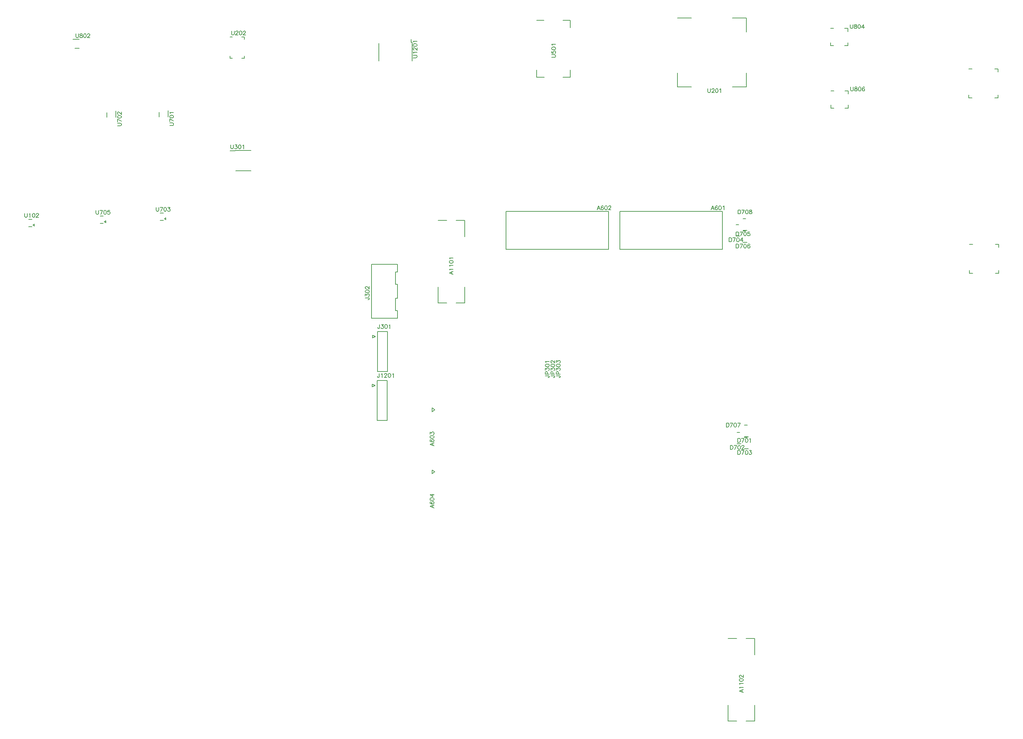
<source format=gto>
%FSLAX46Y46*%
%MOMM*%
%ADD11C,0.127000*%
%ADD10C,0.150000*%
G01*
G01*
%LPD*%
D10*
X56300000Y57900000D02*
X56300000Y58700000D01*
D10*
X60700000Y58700000D02*
X60700000Y57900000D01*
D10*
X60700000Y57900000D02*
X59900000Y57900000D01*
D10*
X59900000Y62300000D02*
X60700000Y62300000D01*
D10*
X60700000Y62300000D02*
X60700000Y61500000D01*
D10*
X57100000Y57900000D02*
X56300000Y57900000D01*
D10*
X57100000Y62300000D02*
X56300000Y62300000D01*
D10*
X61340476Y62559524D02*
X61340476Y63273808D01*
D10*
X61388096Y62416668D02*
X61340476Y62559524D01*
D10*
X61483332Y62321428D02*
X61388096Y62416668D01*
D10*
X61626192Y62273808D02*
X61483332Y62321428D01*
D10*
X61721428Y62273808D02*
X61626192Y62273808D01*
D10*
X61864284Y62321428D02*
X61721428Y62273808D01*
D10*
X61959524Y62416668D02*
X61864284Y62321428D01*
D10*
X62007144Y62559524D02*
X61959524Y62416668D01*
D10*
X62007144Y63273808D02*
X62007144Y62559524D01*
D10*
X62435716Y63226192D02*
X62578572Y63273808D01*
D10*
X62388096Y63130952D02*
X62435716Y63226192D01*
D10*
X62388096Y63035716D02*
X62388096Y63130952D01*
D10*
X62435716Y62940476D02*
X62388096Y63035716D01*
D10*
X62530952Y62892856D02*
X62435716Y62940476D01*
D10*
X62721428Y62845240D02*
X62530952Y62892856D01*
D10*
X62864284Y62797620D02*
X62721428Y62845240D01*
D10*
X62959524Y62702380D02*
X62864284Y62797620D01*
D10*
X63007144Y62607144D02*
X62959524Y62702380D01*
D10*
X63007144Y62464284D02*
X63007144Y62607144D01*
D10*
X62959524Y62369048D02*
X63007144Y62464284D01*
D10*
X62911904Y62321428D02*
X62959524Y62369048D01*
D10*
X62769048Y62273808D02*
X62911904Y62321428D01*
D10*
X62578572Y62273808D02*
X62769048Y62273808D01*
D10*
X62435716Y62321428D02*
X62578572Y62273808D01*
D10*
X62388096Y62369048D02*
X62435716Y62321428D01*
D10*
X62340476Y62464284D02*
X62388096Y62369048D01*
D10*
X62340476Y62607144D02*
X62340476Y62464284D01*
D10*
X62388096Y62702380D02*
X62340476Y62607144D01*
D10*
X62483332Y62797620D02*
X62388096Y62702380D01*
D10*
X62626192Y62845240D02*
X62483332Y62797620D01*
D10*
X62816668Y62892856D02*
X62626192Y62845240D01*
D10*
X62911904Y62940476D02*
X62816668Y62892856D01*
D10*
X62959524Y63035716D02*
X62911904Y62940476D01*
D10*
X62959524Y63130952D02*
X62959524Y63035716D01*
D10*
X62911904Y63226192D02*
X62959524Y63130952D01*
D10*
X62769048Y63273808D02*
X62911904Y63226192D01*
D10*
X62578572Y63273808D02*
X62769048Y63273808D01*
D10*
X63435716Y63226192D02*
X63578572Y63273808D01*
D10*
X63340476Y63083332D02*
X63435716Y63226192D01*
D10*
X63292856Y62845240D02*
X63340476Y63083332D01*
D10*
X63292856Y62702380D02*
X63292856Y62845240D01*
D10*
X63340476Y62464284D02*
X63292856Y62702380D01*
D10*
X63435716Y62321428D02*
X63340476Y62464284D01*
D10*
X63578572Y62273808D02*
X63435716Y62321428D01*
D10*
X63673808Y62273808D02*
X63578572Y62273808D01*
D10*
X63816668Y62321428D02*
X63673808Y62273808D01*
D10*
X63911904Y62464284D02*
X63816668Y62321428D01*
D10*
X63959524Y62702380D02*
X63911904Y62464284D01*
D10*
X63959524Y62845240D02*
X63959524Y62702380D01*
D10*
X63911904Y63083332D02*
X63959524Y62845240D01*
D10*
X63816668Y63226192D02*
X63911904Y63083332D01*
D10*
X63673808Y63273808D02*
X63816668Y63226192D01*
D10*
X63578572Y63273808D02*
X63673808Y63273808D01*
D10*
X64816668Y63226192D02*
X64864284Y63130952D01*
D10*
X64673808Y63273808D02*
X64816668Y63226192D01*
D10*
X64578572Y63273808D02*
X64673808Y63273808D01*
D10*
X64435716Y63226192D02*
X64578572Y63273808D01*
D10*
X64340476Y63083332D02*
X64435716Y63226192D01*
D10*
X64292856Y62845240D02*
X64340476Y63083332D01*
D10*
X64292856Y62607144D02*
X64292856Y62845240D01*
D10*
X64340476Y62416668D02*
X64292856Y62607144D01*
D10*
X64435716Y62321428D02*
X64340476Y62416668D01*
D10*
X64578572Y62273808D02*
X64435716Y62321428D01*
D10*
X64626192Y62273808D02*
X64578572Y62273808D01*
D10*
X64769048Y62321428D02*
X64626192Y62273808D01*
D10*
X64864284Y62416668D02*
X64769048Y62321428D01*
D10*
X64911904Y62559524D02*
X64864284Y62416668D01*
D10*
X64911904Y62607144D02*
X64911904Y62559524D01*
D10*
X64864284Y62750000D02*
X64911904Y62607144D01*
D10*
X64769048Y62845240D02*
X64864284Y62750000D01*
D10*
X64626192Y62892856D02*
X64769048Y62845240D01*
D10*
X64578572Y62892856D02*
X64626192Y62892856D01*
D10*
X64435716Y62845240D02*
X64578572Y62892856D01*
D10*
X64340476Y62750000D02*
X64435716Y62845240D01*
D10*
X64292856Y62607144D02*
X64340476Y62750000D01*
D10*
X-128500000Y29000000D02*
X-128500000Y29000000D01*
D10*
X-128750000Y30425000D02*
X-129550000Y30425000D01*
D10*
X-129550000Y28575000D02*
X-129550000Y28575000D01*
D10*
X-129550000Y28575000D02*
X-129550000Y28575000D01*
D10*
X-129550000Y28575000D02*
X-129550000Y28575000D01*
D10*
X-128750000Y28575000D02*
X-129550000Y28575000D01*
D10*
X-128100000Y29250000D02*
X-128500000Y29000000D01*
D10*
X-128500000Y29000000D02*
X-128500000Y29000000D01*
D10*
X-128500000Y29000000D02*
X-128100000Y28750000D01*
D10*
X-128100000Y28750000D02*
X-128100000Y29250000D01*
D10*
X-129550000Y28575000D02*
X-129550000Y28575000D01*
D10*
X-129550000Y28575000D02*
X-129550000Y28575000D01*
D10*
X-130584520Y31209524D02*
X-130584520Y31923810D01*
D10*
X-130536904Y31066666D02*
X-130584520Y31209524D01*
D10*
X-130441664Y30971428D02*
X-130536904Y31066666D01*
D10*
X-130298808Y30923810D02*
X-130441664Y30971428D01*
D10*
X-130203568Y30923810D02*
X-130298808Y30923810D01*
D10*
X-130060712Y30971428D02*
X-130203568Y30923810D01*
D10*
X-129965480Y31066666D02*
X-130060712Y30971428D01*
D10*
X-129917856Y31209524D02*
X-129965480Y31066666D01*
D10*
X-129917856Y31923810D02*
X-129917856Y31209524D01*
D10*
X-129394048Y30923810D02*
X-128917856Y31923810D01*
D10*
X-128917856Y31923810D02*
X-129584520Y31923810D01*
D10*
X-128489288Y31876190D02*
X-128346432Y31923810D01*
D10*
X-128584520Y31733334D02*
X-128489288Y31876190D01*
D10*
X-128632144Y31495238D02*
X-128584520Y31733334D01*
D10*
X-128632144Y31352380D02*
X-128632144Y31495238D01*
D10*
X-128584520Y31114286D02*
X-128632144Y31352380D01*
D10*
X-128489288Y30971428D02*
X-128584520Y31114286D01*
D10*
X-128346432Y30923810D02*
X-128489288Y30971428D01*
D10*
X-128251192Y30923810D02*
X-128346432Y30923810D01*
D10*
X-128108336Y30971428D02*
X-128251192Y30923810D01*
D10*
X-128013096Y31114286D02*
X-128108336Y30971428D01*
D10*
X-127965480Y31352380D02*
X-128013096Y31114286D01*
D10*
X-127965480Y31495238D02*
X-127965480Y31352380D01*
D10*
X-128013096Y31733334D02*
X-127965480Y31495238D01*
D10*
X-128108336Y31876190D02*
X-128013096Y31733334D01*
D10*
X-128251192Y31923810D02*
X-128108336Y31876190D01*
D10*
X-128346432Y31923810D02*
X-128251192Y31923810D01*
D10*
X-127584520Y31923810D02*
X-127108336Y31923810D01*
D10*
X-127632144Y31495238D02*
X-127584520Y31923810D01*
D10*
X-127584520Y31542858D02*
X-127632144Y31495238D01*
D10*
X-127441664Y31590476D02*
X-127584520Y31542858D01*
D10*
X-127298808Y31590476D02*
X-127441664Y31590476D01*
D10*
X-127155952Y31542858D02*
X-127298808Y31590476D01*
D10*
X-127060712Y31447620D02*
X-127155952Y31542858D01*
D10*
X-127013096Y31304762D02*
X-127060712Y31447620D01*
D10*
X-127013096Y31209524D02*
X-127013096Y31304762D01*
D10*
X-127060712Y31066666D02*
X-127013096Y31209524D01*
D10*
X-127155952Y30971428D02*
X-127060712Y31066666D01*
D10*
X-127298808Y30923810D02*
X-127155952Y30971428D01*
D10*
X-127441664Y30923810D02*
X-127298808Y30923810D01*
D10*
X-127584520Y30971428D02*
X-127441664Y30923810D01*
D10*
X-127632144Y31019048D02*
X-127584520Y30971428D01*
D10*
X-127679760Y31114286D02*
X-127632144Y31019048D01*
D10*
X92190000Y60500000D02*
X91400000Y60500000D01*
D10*
X91400000Y60500000D02*
X91400000Y61290000D01*
D10*
X98010000Y67900000D02*
X98800000Y67900000D01*
D10*
X98800000Y67900000D02*
X98800000Y67110000D01*
D10*
X92190000Y67900000D02*
X91400000Y67900000D01*
D10*
X98800000Y60500000D02*
X98800000Y61290000D01*
D10*
X98010000Y60500000D02*
X98800000Y60500000D01*
D10*
X35050000Y-25850000D02*
X34350000Y-25850000D01*
D10*
X34350000Y-28750000D02*
X35350000Y-28750000D01*
D10*
X32633334Y-30176190D02*
X32633334Y-29176190D01*
D10*
X32966666Y-29176190D02*
X32633334Y-29176190D01*
D10*
X33109524Y-29223810D02*
X32966666Y-29176190D01*
D10*
X33204762Y-29319048D02*
X33109524Y-29223810D01*
D10*
X33252380Y-29414286D02*
X33204762Y-29319048D01*
D10*
X33300000Y-29557142D02*
X33252380Y-29414286D01*
D10*
X33300000Y-29795238D02*
X33300000Y-29557142D01*
D10*
X33252380Y-29938096D02*
X33300000Y-29795238D01*
D10*
X33204762Y-30033334D02*
X33252380Y-29938096D01*
D10*
X33109524Y-30128572D02*
X33204762Y-30033334D01*
D10*
X32966666Y-30176190D02*
X33109524Y-30128572D01*
D10*
X32633334Y-30176190D02*
X32966666Y-30176190D01*
D10*
X33776192Y-30176190D02*
X34252380Y-29176190D01*
D10*
X34252380Y-29176190D02*
X33585716Y-29176190D01*
D10*
X34680952Y-29223810D02*
X34823808Y-29176190D01*
D10*
X34585716Y-29366666D02*
X34680952Y-29223810D01*
D10*
X34538096Y-29604762D02*
X34585716Y-29366666D01*
D10*
X34538096Y-29747620D02*
X34538096Y-29604762D01*
D10*
X34585716Y-29985714D02*
X34538096Y-29747620D01*
D10*
X34680952Y-30128572D02*
X34585716Y-29985714D01*
D10*
X34823808Y-30176190D02*
X34680952Y-30128572D01*
D10*
X34919048Y-30176190D02*
X34823808Y-30176190D01*
D10*
X35061904Y-30128572D02*
X34919048Y-30176190D01*
D10*
X35157144Y-29985714D02*
X35061904Y-30128572D01*
D10*
X35204760Y-29747620D02*
X35157144Y-29985714D01*
D10*
X35204760Y-29604762D02*
X35204760Y-29747620D01*
D10*
X35157144Y-29366666D02*
X35204760Y-29604762D01*
D10*
X35061904Y-29223810D02*
X35157144Y-29366666D01*
D10*
X34919048Y-29176190D02*
X35061904Y-29223810D01*
D10*
X34823808Y-29176190D02*
X34919048Y-29176190D01*
D10*
X36109524Y-29176190D02*
X35585716Y-29176190D01*
D10*
X35823808Y-29557142D02*
X36109524Y-29176190D01*
D10*
X35966668Y-29557142D02*
X35823808Y-29557142D01*
D10*
X36061904Y-29604762D02*
X35966668Y-29557142D01*
D10*
X36109524Y-29652380D02*
X36061904Y-29604762D01*
D10*
X36157144Y-29795238D02*
X36109524Y-29652380D01*
D10*
X36157144Y-29890476D02*
X36157144Y-29795238D01*
D10*
X36109524Y-30033334D02*
X36157144Y-29890476D01*
D10*
X36014284Y-30128572D02*
X36109524Y-30033334D01*
D10*
X35871428Y-30176190D02*
X36014284Y-30128572D01*
D10*
X35728572Y-30176190D02*
X35871428Y-30176190D01*
D10*
X35585716Y-30128572D02*
X35728572Y-30176190D01*
D10*
X35538096Y-30080952D02*
X35585716Y-30128572D01*
D10*
X35490476Y-29985714D02*
X35538096Y-30080952D01*
D10*
X34815000Y63305000D02*
X31240000Y63305000D01*
D10*
X34815000Y80855000D02*
X34815000Y77280000D01*
D10*
X17265000Y80855000D02*
X20840000Y80855000D01*
D10*
X34815000Y80855000D02*
X31240000Y80855000D01*
D10*
X17265000Y63305000D02*
X20840000Y63305000D01*
D10*
X17265000Y63305000D02*
X17265000Y66880000D01*
D10*
X34815000Y63305000D02*
X34815000Y66880000D01*
D10*
X25005476Y62139524D02*
X25005476Y62853808D01*
D10*
X25053096Y61996668D02*
X25005476Y62139524D01*
D10*
X25148334Y61901428D02*
X25053096Y61996668D01*
D10*
X25291190Y61853808D02*
X25148334Y61901428D01*
D10*
X25386428Y61853808D02*
X25291190Y61853808D01*
D10*
X25529286Y61901428D02*
X25386428Y61853808D01*
D10*
X25624524Y61996668D02*
X25529286Y61901428D01*
D10*
X25672142Y62139524D02*
X25624524Y61996668D01*
D10*
X25672142Y62853808D02*
X25672142Y62139524D01*
D10*
X26053096Y62663332D02*
X26053096Y62615716D01*
D10*
X26100714Y62758572D02*
X26053096Y62663332D01*
D10*
X26148334Y62806192D02*
X26100714Y62758572D01*
D10*
X26243572Y62853808D02*
X26148334Y62806192D01*
D10*
X26434048Y62853808D02*
X26243572Y62853808D01*
D10*
X26529286Y62806192D02*
X26434048Y62853808D01*
D10*
X26576904Y62758572D02*
X26529286Y62806192D01*
D10*
X26624524Y62663332D02*
X26576904Y62758572D01*
D10*
X26624524Y62568096D02*
X26624524Y62663332D01*
D10*
X26576904Y62472856D02*
X26624524Y62568096D01*
D10*
X26481666Y62330000D02*
X26576904Y62472856D01*
D10*
X26005476Y61853808D02*
X26481666Y62330000D01*
D10*
X26672142Y61853808D02*
X26005476Y61853808D01*
D10*
X27100714Y62806192D02*
X27243572Y62853808D01*
D10*
X27005476Y62663332D02*
X27100714Y62806192D01*
D10*
X26957856Y62425240D02*
X27005476Y62663332D01*
D10*
X26957856Y62282380D02*
X26957856Y62425240D01*
D10*
X27005476Y62044284D02*
X26957856Y62282380D01*
D10*
X27100714Y61901428D02*
X27005476Y62044284D01*
D10*
X27243572Y61853808D02*
X27100714Y61901428D01*
D10*
X27338810Y61853808D02*
X27243572Y61853808D01*
D10*
X27481666Y61901428D02*
X27338810Y61853808D01*
D10*
X27576904Y62044284D02*
X27481666Y61901428D01*
D10*
X27624524Y62282380D02*
X27576904Y62044284D01*
D10*
X27624524Y62425240D02*
X27624524Y62282380D01*
D10*
X27576904Y62663332D02*
X27624524Y62425240D01*
D10*
X27481666Y62806192D02*
X27576904Y62663332D01*
D10*
X27338810Y62853808D02*
X27481666Y62806192D01*
D10*
X27243572Y62853808D02*
X27338810Y62853808D01*
D10*
X28148334Y62710952D02*
X28053096Y62663332D01*
D10*
X28291190Y62853808D02*
X28148334Y62710952D01*
D10*
X28291190Y61853808D02*
X28291190Y62853808D01*
D10*
X-12761905Y-10147619D02*
X-13523810Y-10147619D01*
D10*
X-12619048Y-10195238D02*
X-12761905Y-10147619D01*
D10*
X-12571429Y-10242857D02*
X-12619048Y-10195238D01*
D10*
X-12523810Y-10338095D02*
X-12571429Y-10242857D01*
D10*
X-12523810Y-10433334D02*
X-12523810Y-10338095D01*
D10*
X-12571429Y-10528572D02*
X-12523810Y-10433334D01*
D10*
X-12619048Y-10576190D02*
X-12571429Y-10528572D01*
D10*
X-12761905Y-10623810D02*
X-12619048Y-10576190D01*
D10*
X-12857143Y-10623810D02*
X-12761905Y-10623810D01*
D10*
X-12523810Y-9766666D02*
X-13523810Y-9766666D01*
D10*
X-13523810Y-9338095D02*
X-13523810Y-9766666D01*
D10*
X-13476190Y-9195238D02*
X-13523810Y-9338095D01*
D10*
X-13428571Y-9147619D02*
X-13476190Y-9195238D01*
D10*
X-13333333Y-9100000D02*
X-13428571Y-9147619D01*
D10*
X-13190476Y-9100000D02*
X-13333333Y-9100000D01*
D10*
X-13095238Y-9147619D02*
X-13190476Y-9100000D01*
D10*
X-13047619Y-9195238D02*
X-13095238Y-9147619D01*
D10*
X-13000000Y-9338095D02*
X-13047619Y-9195238D01*
D10*
X-13000000Y-9766666D02*
X-13000000Y-9338095D01*
D10*
X-13523810Y-8195238D02*
X-13523810Y-8719048D01*
D10*
X-13142857Y-8480952D02*
X-13523810Y-8195238D01*
D10*
X-13142857Y-8338095D02*
X-13142857Y-8480952D01*
D10*
X-13095238Y-8242857D02*
X-13142857Y-8338095D01*
D10*
X-13047619Y-8195238D02*
X-13095238Y-8242857D01*
D10*
X-12904762Y-8147619D02*
X-13047619Y-8195238D01*
D10*
X-12809524Y-8147619D02*
X-12904762Y-8147619D01*
D10*
X-12666667Y-8195238D02*
X-12809524Y-8147619D01*
D10*
X-12571429Y-8290476D02*
X-12666667Y-8195238D01*
D10*
X-12523810Y-8433333D02*
X-12571429Y-8290476D01*
D10*
X-12523810Y-8576190D02*
X-12523810Y-8433333D01*
D10*
X-12571429Y-8719048D02*
X-12523810Y-8576190D01*
D10*
X-12619048Y-8766666D02*
X-12571429Y-8719048D01*
D10*
X-12714286Y-8814286D02*
X-12619048Y-8766666D01*
D10*
X-13476190Y-7719047D02*
X-13523810Y-7576190D01*
D10*
X-13333333Y-7814286D02*
X-13476190Y-7719047D01*
D10*
X-13095238Y-7861905D02*
X-13333333Y-7814286D01*
D10*
X-12952381Y-7861905D02*
X-13095238Y-7861905D01*
D10*
X-12714286Y-7814286D02*
X-12952381Y-7861905D01*
D10*
X-12571429Y-7719047D02*
X-12714286Y-7814286D01*
D10*
X-12523810Y-7576190D02*
X-12571429Y-7719047D01*
D10*
X-12523810Y-7480952D02*
X-12523810Y-7576190D01*
D10*
X-12571429Y-7338095D02*
X-12523810Y-7480952D01*
D10*
X-12714286Y-7242857D02*
X-12571429Y-7338095D01*
D10*
X-12952381Y-7195238D02*
X-12714286Y-7242857D01*
D10*
X-13095238Y-7195238D02*
X-12952381Y-7195238D01*
D10*
X-13333333Y-7242857D02*
X-13095238Y-7195238D01*
D10*
X-13476190Y-7338095D02*
X-13333333Y-7242857D01*
D10*
X-13523810Y-7480952D02*
X-13476190Y-7338095D01*
D10*
X-13523810Y-7576190D02*
X-13523810Y-7480952D01*
D10*
X-13523810Y-6290476D02*
X-13523810Y-6814285D01*
D10*
X-13142857Y-6576190D02*
X-13523810Y-6290476D01*
D10*
X-13142857Y-6433333D02*
X-13142857Y-6576190D01*
D10*
X-13095238Y-6338095D02*
X-13142857Y-6433333D01*
D10*
X-13047619Y-6290476D02*
X-13095238Y-6338095D01*
D10*
X-12904762Y-6242857D02*
X-13047619Y-6290476D01*
D10*
X-12809524Y-6242857D02*
X-12904762Y-6242857D01*
D10*
X-12666667Y-6290476D02*
X-12809524Y-6242857D01*
D10*
X-12571429Y-6385714D02*
X-12666667Y-6290476D01*
D10*
X-12523810Y-6528571D02*
X-12571429Y-6385714D01*
D10*
X-12523810Y-6671428D02*
X-12523810Y-6528571D01*
D10*
X-12571429Y-6814285D02*
X-12523810Y-6671428D01*
D10*
X-12619048Y-6861905D02*
X-12571429Y-6814285D01*
D10*
X-12714286Y-6909524D02*
X-12619048Y-6861905D01*
D10*
X-134890000Y75400000D02*
X-135990000Y75400000D01*
D10*
X-135990000Y75400000D02*
X-136490000Y75400000D01*
D10*
X-135990000Y73100000D02*
X-134890000Y73100000D01*
D10*
X-135699520Y76109520D02*
X-135699520Y76823808D01*
D10*
X-135651904Y75966664D02*
X-135699520Y76109520D01*
D10*
X-135556672Y75871432D02*
X-135651904Y75966664D01*
D10*
X-135413808Y75823808D02*
X-135556672Y75871432D01*
D10*
X-135318576Y75823808D02*
X-135413808Y75823808D01*
D10*
X-135175712Y75871432D02*
X-135318576Y75823808D01*
D10*
X-135080480Y75966664D02*
X-135175712Y75871432D01*
D10*
X-135032864Y76109520D02*
X-135080480Y75966664D01*
D10*
X-135032864Y76823808D02*
X-135032864Y76109520D01*
D10*
X-134604288Y76776192D02*
X-134461424Y76823808D01*
D10*
X-134651904Y76680952D02*
X-134604288Y76776192D01*
D10*
X-134651904Y76585712D02*
X-134651904Y76680952D01*
D10*
X-134604288Y76490480D02*
X-134651904Y76585712D01*
D10*
X-134509040Y76442856D02*
X-134604288Y76490480D01*
D10*
X-134318576Y76395240D02*
X-134509040Y76442856D01*
D10*
X-134175712Y76347616D02*
X-134318576Y76395240D01*
D10*
X-134080480Y76252384D02*
X-134175712Y76347616D01*
D10*
X-134032856Y76157144D02*
X-134080480Y76252384D01*
D10*
X-134032856Y76014288D02*
X-134032856Y76157144D01*
D10*
X-134080480Y75919048D02*
X-134032856Y76014288D01*
D10*
X-134128096Y75871432D02*
X-134080480Y75919048D01*
D10*
X-134270960Y75823808D02*
X-134128096Y75871432D01*
D10*
X-134461424Y75823808D02*
X-134270960Y75823808D01*
D10*
X-134604288Y75871432D02*
X-134461424Y75823808D01*
D10*
X-134651904Y75919048D02*
X-134604288Y75871432D01*
D10*
X-134699520Y76014288D02*
X-134651904Y75919048D01*
D10*
X-134699520Y76157144D02*
X-134699520Y76014288D01*
D10*
X-134651904Y76252384D02*
X-134699520Y76157144D01*
D10*
X-134556672Y76347616D02*
X-134651904Y76252384D01*
D10*
X-134413808Y76395240D02*
X-134556672Y76347616D01*
D10*
X-134223328Y76442856D02*
X-134413808Y76395240D01*
D10*
X-134128096Y76490480D02*
X-134223328Y76442856D01*
D10*
X-134080480Y76585712D02*
X-134128096Y76490480D01*
D10*
X-134080480Y76680952D02*
X-134080480Y76585712D01*
D10*
X-134128096Y76776192D02*
X-134080480Y76680952D01*
D10*
X-134270960Y76823808D02*
X-134128096Y76776192D01*
D10*
X-134461424Y76823808D02*
X-134270960Y76823808D01*
D10*
X-133604288Y76776192D02*
X-133461432Y76823808D01*
D10*
X-133699520Y76633336D02*
X-133604288Y76776192D01*
D10*
X-133747144Y76395240D02*
X-133699520Y76633336D01*
D10*
X-133747144Y76252384D02*
X-133747144Y76395240D01*
D10*
X-133699520Y76014288D02*
X-133747144Y76252384D01*
D10*
X-133604288Y75871432D02*
X-133699520Y76014288D01*
D10*
X-133461432Y75823808D02*
X-133604288Y75871432D01*
D10*
X-133366192Y75823808D02*
X-133461432Y75823808D01*
D10*
X-133223336Y75871432D02*
X-133366192Y75823808D01*
D10*
X-133128096Y76014288D02*
X-133223336Y75871432D01*
D10*
X-133080480Y76252384D02*
X-133128096Y76014288D01*
D10*
X-133080480Y76395240D02*
X-133080480Y76252384D01*
D10*
X-133128096Y76633336D02*
X-133080480Y76395240D01*
D10*
X-133223336Y76776192D02*
X-133128096Y76633336D01*
D10*
X-133366192Y76823808D02*
X-133223336Y76776192D01*
D10*
X-133461432Y76823808D02*
X-133366192Y76823808D01*
D10*
X-132747144Y76633336D02*
X-132747144Y76585712D01*
D10*
X-132699520Y76728568D02*
X-132747144Y76633336D01*
D10*
X-132651904Y76776192D02*
X-132699520Y76728568D01*
D10*
X-132556664Y76823808D02*
X-132651904Y76776192D01*
D10*
X-132366192Y76823808D02*
X-132556664Y76823808D01*
D10*
X-132270952Y76776192D02*
X-132366192Y76823808D01*
D10*
X-132223336Y76728568D02*
X-132270952Y76776192D01*
D10*
X-132175712Y76633336D02*
X-132223336Y76728568D01*
D10*
X-132175712Y76538096D02*
X-132175712Y76633336D01*
D10*
X-132223336Y76442856D02*
X-132175712Y76538096D01*
D10*
X-132318568Y76300000D02*
X-132223336Y76442856D01*
D10*
X-132794760Y75823808D02*
X-132318568Y76300000D01*
D10*
X-132128096Y75823808D02*
X-132794760Y75823808D01*
D10*
X56200000Y73800000D02*
X56200000Y74600000D01*
D10*
X60600000Y74600000D02*
X60600000Y73800000D01*
D10*
X60600000Y73800000D02*
X59800000Y73800000D01*
D10*
X59800000Y78200000D02*
X60600000Y78200000D01*
D10*
X60600000Y78200000D02*
X60600000Y77400000D01*
D10*
X57000000Y73800000D02*
X56200000Y73800000D01*
D10*
X57000000Y78200000D02*
X56200000Y78200000D01*
D10*
X61240476Y78459520D02*
X61240476Y79173808D01*
D10*
X61288096Y78316664D02*
X61240476Y78459520D01*
D10*
X61383332Y78221432D02*
X61288096Y78316664D01*
D10*
X61526192Y78173808D02*
X61383332Y78221432D01*
D10*
X61621428Y78173808D02*
X61526192Y78173808D01*
D10*
X61764284Y78221432D02*
X61621428Y78173808D01*
D10*
X61859524Y78316664D02*
X61764284Y78221432D01*
D10*
X61907144Y78459520D02*
X61859524Y78316664D01*
D10*
X61907144Y79173808D02*
X61907144Y78459520D01*
D10*
X62335716Y79126192D02*
X62478572Y79173808D01*
D10*
X62288096Y79030952D02*
X62335716Y79126192D01*
D10*
X62288096Y78935712D02*
X62288096Y79030952D01*
D10*
X62335716Y78840480D02*
X62288096Y78935712D01*
D10*
X62430952Y78792856D02*
X62335716Y78840480D01*
D10*
X62621428Y78745240D02*
X62430952Y78792856D01*
D10*
X62764284Y78697616D02*
X62621428Y78745240D01*
D10*
X62859524Y78602384D02*
X62764284Y78697616D01*
D10*
X62907144Y78507144D02*
X62859524Y78602384D01*
D10*
X62907144Y78364288D02*
X62907144Y78507144D01*
D10*
X62859524Y78269048D02*
X62907144Y78364288D01*
D10*
X62811904Y78221432D02*
X62859524Y78269048D01*
D10*
X62669048Y78173808D02*
X62811904Y78221432D01*
D10*
X62478572Y78173808D02*
X62669048Y78173808D01*
D10*
X62335716Y78221432D02*
X62478572Y78173808D01*
D10*
X62288096Y78269048D02*
X62335716Y78221432D01*
D10*
X62240476Y78364288D02*
X62288096Y78269048D01*
D10*
X62240476Y78507144D02*
X62240476Y78364288D01*
D10*
X62288096Y78602384D02*
X62240476Y78507144D01*
D10*
X62383332Y78697616D02*
X62288096Y78602384D01*
D10*
X62526192Y78745240D02*
X62383332Y78697616D01*
D10*
X62716668Y78792856D02*
X62526192Y78745240D01*
D10*
X62811904Y78840480D02*
X62716668Y78792856D01*
D10*
X62859524Y78935712D02*
X62811904Y78840480D01*
D10*
X62859524Y79030952D02*
X62859524Y78935712D01*
D10*
X62811904Y79126192D02*
X62859524Y79030952D01*
D10*
X62669048Y79173808D02*
X62811904Y79126192D01*
D10*
X62478572Y79173808D02*
X62669048Y79173808D01*
D10*
X63335716Y79126192D02*
X63478572Y79173808D01*
D10*
X63240476Y78983336D02*
X63335716Y79126192D01*
D10*
X63192856Y78745240D02*
X63240476Y78983336D01*
D10*
X63192856Y78602384D02*
X63192856Y78745240D01*
D10*
X63240476Y78364288D02*
X63192856Y78602384D01*
D10*
X63335716Y78221432D02*
X63240476Y78364288D01*
D10*
X63478572Y78173808D02*
X63335716Y78221432D01*
D10*
X63573808Y78173808D02*
X63478572Y78173808D01*
D10*
X63716668Y78221432D02*
X63573808Y78173808D01*
D10*
X63811904Y78364288D02*
X63716668Y78221432D01*
D10*
X63859524Y78602384D02*
X63811904Y78364288D01*
D10*
X63859524Y78745240D02*
X63859524Y78602384D01*
D10*
X63811904Y78983336D02*
X63859524Y78745240D01*
D10*
X63716668Y79126192D02*
X63811904Y78983336D01*
D10*
X63573808Y79173808D02*
X63716668Y79126192D01*
D10*
X63478572Y79173808D02*
X63573808Y79173808D01*
D10*
X64145240Y78507144D02*
X64621428Y79173808D01*
D10*
X64859524Y78507144D02*
X64145240Y78507144D01*
D10*
X64621428Y78173808D02*
X64621428Y79173808D01*
D10*
X36940000Y-98000000D02*
X34740000Y-98000000D01*
D10*
X36940000Y-77000000D02*
X34740000Y-77000000D01*
D10*
X32340000Y-77000000D02*
X30140000Y-77000000D01*
D10*
X32340000Y-98000000D02*
X30140000Y-98000000D01*
D10*
X30140000Y-98000000D02*
X30140000Y-93900000D01*
D10*
X36940000Y-81100000D02*
X36940000Y-77000000D01*
D10*
X34740000Y-98000000D02*
X34740000Y-98000000D01*
D10*
X34740000Y-98000000D02*
X34740000Y-98000000D01*
D10*
X34740000Y-98000000D02*
X34740000Y-98000000D01*
D10*
X36940000Y-93900000D02*
X36940000Y-98000000D01*
D10*
X34016192Y-90719048D02*
X33016190Y-90338096D01*
D10*
X34016192Y-89957144D02*
X33016190Y-90338096D01*
D10*
X33682856Y-90100000D02*
X33682856Y-90576192D01*
D10*
X33159048Y-89528568D02*
X33206666Y-89623808D01*
D10*
X33016190Y-89385712D02*
X33159048Y-89528568D01*
D10*
X34016192Y-89385712D02*
X33016190Y-89385712D01*
D10*
X33159048Y-88576192D02*
X33206666Y-88671432D01*
D10*
X33016190Y-88433336D02*
X33159048Y-88576192D01*
D10*
X34016192Y-88433336D02*
X33016190Y-88433336D01*
D10*
X33063810Y-87719048D02*
X33016190Y-87576192D01*
D10*
X33206666Y-87814288D02*
X33063810Y-87719048D01*
D10*
X33444762Y-87861904D02*
X33206666Y-87814288D01*
D10*
X33587620Y-87861904D02*
X33444762Y-87861904D01*
D10*
X33825716Y-87814288D02*
X33587620Y-87861904D01*
D10*
X33968572Y-87719048D02*
X33825716Y-87814288D01*
D10*
X34016192Y-87576192D02*
X33968572Y-87719048D01*
D10*
X34016192Y-87480952D02*
X34016192Y-87576192D01*
D10*
X33968572Y-87338096D02*
X34016192Y-87480952D01*
D10*
X33825716Y-87242856D02*
X33968572Y-87338096D01*
D10*
X33587620Y-87195240D02*
X33825716Y-87242856D01*
D10*
X33444762Y-87195240D02*
X33587620Y-87195240D01*
D10*
X33206666Y-87242856D02*
X33444762Y-87195240D01*
D10*
X33063810Y-87338096D02*
X33206666Y-87242856D01*
D10*
X33016190Y-87480952D02*
X33063810Y-87338096D01*
D10*
X33016190Y-87576192D02*
X33016190Y-87480952D01*
D10*
X33206666Y-86861904D02*
X33254286Y-86861904D01*
D10*
X33111428Y-86814288D02*
X33206666Y-86861904D01*
D10*
X33063810Y-86766664D02*
X33111428Y-86814288D01*
D10*
X33016190Y-86671432D02*
X33063810Y-86766664D01*
D10*
X33016190Y-86480952D02*
X33016190Y-86671432D01*
D10*
X33063810Y-86385712D02*
X33016190Y-86480952D01*
D10*
X33111428Y-86338096D02*
X33063810Y-86385712D01*
D10*
X33206666Y-86290480D02*
X33111428Y-86338096D01*
D10*
X33301904Y-86290480D02*
X33206666Y-86290480D01*
D10*
X33397142Y-86338096D02*
X33301904Y-86290480D01*
D10*
X33540000Y-86433336D02*
X33397142Y-86338096D01*
D10*
X34016192Y-86909520D02*
X33540000Y-86433336D01*
D10*
X34016192Y-86242856D02*
X34016192Y-86909520D01*
D10*
X-113210000Y29760000D02*
X-113210000Y29760000D01*
D10*
X-113460000Y31185000D02*
X-114260000Y31185000D01*
D10*
X-114260000Y29335000D02*
X-114260000Y29335000D01*
D10*
X-114260000Y29335000D02*
X-114260000Y29335000D01*
D10*
X-114260000Y29335000D02*
X-114260000Y29335000D01*
D10*
X-113460000Y29335000D02*
X-114260000Y29335000D01*
D10*
X-112810000Y30010000D02*
X-113210000Y29760000D01*
D10*
X-113210000Y29760000D02*
X-113210000Y29760000D01*
D10*
X-113210000Y29760000D02*
X-112810000Y29510000D01*
D10*
X-112810000Y29510000D02*
X-112810000Y30010000D01*
D10*
X-114260000Y29335000D02*
X-114260000Y29335000D01*
D10*
X-114260000Y29335000D02*
X-114260000Y29335000D01*
D10*
X-115294520Y31969524D02*
X-115294520Y32683810D01*
D10*
X-115246904Y31826666D02*
X-115294520Y31969524D01*
D10*
X-115151664Y31731428D02*
X-115246904Y31826666D01*
D10*
X-115008808Y31683810D02*
X-115151664Y31731428D01*
D10*
X-114913568Y31683810D02*
X-115008808Y31683810D01*
D10*
X-114770712Y31731428D02*
X-114913568Y31683810D01*
D10*
X-114675480Y31826666D02*
X-114770712Y31731428D01*
D10*
X-114627856Y31969524D02*
X-114675480Y31826666D01*
D10*
X-114627856Y32683810D02*
X-114627856Y31969524D01*
D10*
X-114104048Y31683810D02*
X-113627856Y32683810D01*
D10*
X-113627856Y32683810D02*
X-114294520Y32683810D01*
D10*
X-113199288Y32636190D02*
X-113056432Y32683810D01*
D10*
X-113294520Y32493334D02*
X-113199288Y32636190D01*
D10*
X-113342144Y32255238D02*
X-113294520Y32493334D01*
D10*
X-113342144Y32112380D02*
X-113342144Y32255238D01*
D10*
X-113294520Y31874286D02*
X-113342144Y32112380D01*
D10*
X-113199288Y31731428D02*
X-113294520Y31874286D01*
D10*
X-113056432Y31683810D02*
X-113199288Y31731428D01*
D10*
X-112961192Y31683810D02*
X-113056432Y31683810D01*
D10*
X-112818336Y31731428D02*
X-112961192Y31683810D01*
D10*
X-112723096Y31874286D02*
X-112818336Y31731428D01*
D10*
X-112675480Y32112380D02*
X-112723096Y31874286D01*
D10*
X-112675480Y32255238D02*
X-112675480Y32112380D01*
D10*
X-112723096Y32493334D02*
X-112675480Y32255238D01*
D10*
X-112818336Y32636190D02*
X-112723096Y32493334D01*
D10*
X-112961192Y32683810D02*
X-112818336Y32636190D01*
D10*
X-113056432Y32683810D02*
X-112961192Y32683810D01*
D10*
X-111770712Y32683810D02*
X-112294520Y32683810D01*
D10*
X-112056432Y32302858D02*
X-111770712Y32683810D01*
D10*
X-111913568Y32302858D02*
X-112056432Y32302858D01*
D10*
X-111818336Y32255238D02*
X-111913568Y32302858D01*
D10*
X-111770712Y32207620D02*
X-111818336Y32255238D01*
D10*
X-111723096Y32064762D02*
X-111770712Y32207620D01*
D10*
X-111723096Y31969524D02*
X-111723096Y32064762D01*
D10*
X-111770712Y31826666D02*
X-111723096Y31969524D01*
D10*
X-111865952Y31731428D02*
X-111770712Y31826666D01*
D10*
X-112008808Y31683810D02*
X-111865952Y31731428D01*
D10*
X-112151664Y31683810D02*
X-112008808Y31683810D01*
D10*
X-112294520Y31731428D02*
X-112151664Y31683810D01*
D10*
X-112342144Y31779048D02*
X-112294520Y31731428D01*
D10*
X-112389760Y31874286D02*
X-112342144Y31779048D01*
D10*
X34650000Y29750000D02*
X33950000Y29750000D01*
D10*
X33950000Y26850000D02*
X34950000Y26850000D01*
D10*
X32233334Y25423810D02*
X32233334Y26423810D01*
D10*
X32566666Y26423810D02*
X32233334Y26423810D01*
D10*
X32709524Y26376190D02*
X32566666Y26423810D01*
D10*
X32804762Y26280952D02*
X32709524Y26376190D01*
D10*
X32852380Y26185714D02*
X32804762Y26280952D01*
D10*
X32900000Y26042858D02*
X32852380Y26185714D01*
D10*
X32900000Y25804762D02*
X32900000Y26042858D01*
D10*
X32852380Y25661904D02*
X32900000Y25804762D01*
D10*
X32804762Y25566666D02*
X32852380Y25661904D01*
D10*
X32709524Y25471428D02*
X32804762Y25566666D01*
D10*
X32566666Y25423810D02*
X32709524Y25471428D01*
D10*
X32233334Y25423810D02*
X32566666Y25423810D01*
D10*
X33376190Y25423810D02*
X33852380Y26423810D01*
D10*
X33852380Y26423810D02*
X33185714Y26423810D01*
D10*
X34280952Y26376190D02*
X34423808Y26423810D01*
D10*
X34185716Y26233334D02*
X34280952Y26376190D01*
D10*
X34138096Y25995238D02*
X34185716Y26233334D01*
D10*
X34138096Y25852380D02*
X34138096Y25995238D01*
D10*
X34185716Y25614286D02*
X34138096Y25852380D01*
D10*
X34280952Y25471428D02*
X34185716Y25614286D01*
D10*
X34423808Y25423810D02*
X34280952Y25471428D01*
D10*
X34519048Y25423810D02*
X34423808Y25423810D01*
D10*
X34661904Y25471428D02*
X34519048Y25423810D01*
D10*
X34757144Y25614286D02*
X34661904Y25471428D01*
D10*
X34804760Y25852380D02*
X34757144Y25614286D01*
D10*
X34804760Y25995238D02*
X34804760Y25852380D01*
D10*
X34757144Y26233334D02*
X34804760Y25995238D01*
D10*
X34661904Y26376190D02*
X34757144Y26233334D01*
D10*
X34519048Y26423810D02*
X34661904Y26376190D01*
D10*
X34423808Y26423810D02*
X34519048Y26423810D01*
D10*
X35185716Y26423810D02*
X35661904Y26423810D01*
D10*
X35138096Y25995238D02*
X35185716Y26423810D01*
D10*
X35185716Y26042858D02*
X35138096Y25995238D01*
D10*
X35328572Y26090476D02*
X35185716Y26042858D01*
D10*
X35471428Y26090476D02*
X35328572Y26090476D01*
D10*
X35614284Y26042858D02*
X35471428Y26090476D01*
D10*
X35709524Y25947620D02*
X35614284Y26042858D01*
D10*
X35757144Y25804762D02*
X35709524Y25947620D01*
D10*
X35757144Y25709524D02*
X35757144Y25804762D01*
D10*
X35709524Y25566666D02*
X35757144Y25709524D01*
D10*
X35614284Y25471428D02*
X35709524Y25566666D01*
D10*
X35471428Y25423810D02*
X35614284Y25471428D01*
D10*
X35328572Y25423810D02*
X35471428Y25423810D01*
D10*
X35185716Y25471428D02*
X35328572Y25423810D01*
D10*
X35138096Y25519048D02*
X35185716Y25471428D01*
D10*
X35090476Y25614286D02*
X35138096Y25519048D01*
D10*
X-96500000Y70600000D02*
X-95900000Y70600000D01*
D10*
X-96500000Y70600000D02*
X-96500000Y71200000D01*
D10*
X-92900000Y70600000D02*
X-92900000Y71200000D01*
D10*
X-96500000Y76000000D02*
X-95900000Y76000000D01*
D10*
X-92900000Y76000000D02*
X-93500000Y76000000D01*
D10*
X-92900000Y70600000D02*
X-93500000Y70600000D01*
D10*
X-92900000Y76000000D02*
X-92900000Y75400000D01*
D10*
X-96109520Y76809520D02*
X-96109520Y77523808D01*
D10*
X-96061904Y76666664D02*
X-96109520Y76809520D01*
D10*
X-95966664Y76571432D02*
X-96061904Y76666664D01*
D10*
X-95823808Y76523808D02*
X-95966664Y76571432D01*
D10*
X-95728568Y76523808D02*
X-95823808Y76523808D01*
D10*
X-95585712Y76571432D02*
X-95728568Y76523808D01*
D10*
X-95490480Y76666664D02*
X-95585712Y76571432D01*
D10*
X-95442856Y76809520D02*
X-95490480Y76666664D01*
D10*
X-95442856Y77523808D02*
X-95442856Y76809520D01*
D10*
X-95061904Y77333336D02*
X-95061904Y77285712D01*
D10*
X-95014288Y77428568D02*
X-95061904Y77333336D01*
D10*
X-94966664Y77476192D02*
X-95014288Y77428568D01*
D10*
X-94871432Y77523808D02*
X-94966664Y77476192D01*
D10*
X-94680952Y77523808D02*
X-94871432Y77523808D01*
D10*
X-94585712Y77476192D02*
X-94680952Y77523808D01*
D10*
X-94538096Y77428568D02*
X-94585712Y77476192D01*
D10*
X-94490480Y77333336D02*
X-94538096Y77428568D01*
D10*
X-94490480Y77238096D02*
X-94490480Y77333336D01*
D10*
X-94538096Y77142856D02*
X-94490480Y77238096D01*
D10*
X-94633336Y77000000D02*
X-94538096Y77142856D01*
D10*
X-95109520Y76523808D02*
X-94633336Y77000000D01*
D10*
X-94442856Y76523808D02*
X-95109520Y76523808D01*
D10*
X-94014288Y77476192D02*
X-93871432Y77523808D01*
D10*
X-94109520Y77333336D02*
X-94014288Y77476192D01*
D10*
X-94157144Y77095240D02*
X-94109520Y77333336D01*
D10*
X-94157144Y76952384D02*
X-94157144Y77095240D01*
D10*
X-94109520Y76714288D02*
X-94157144Y76952384D01*
D10*
X-94014288Y76571432D02*
X-94109520Y76714288D01*
D10*
X-93871432Y76523808D02*
X-94014288Y76571432D01*
D10*
X-93776192Y76523808D02*
X-93871432Y76523808D01*
D10*
X-93633336Y76571432D02*
X-93776192Y76523808D01*
D10*
X-93538096Y76714288D02*
X-93633336Y76571432D01*
D10*
X-93490480Y76952384D02*
X-93538096Y76714288D01*
D10*
X-93490480Y77095240D02*
X-93490480Y76952384D01*
D10*
X-93538096Y77333336D02*
X-93490480Y77095240D01*
D10*
X-93633336Y77476192D02*
X-93538096Y77333336D01*
D10*
X-93776192Y77523808D02*
X-93633336Y77476192D01*
D10*
X-93871432Y77523808D02*
X-93776192Y77523808D01*
D10*
X-93157144Y77333336D02*
X-93157144Y77285712D01*
D10*
X-93109520Y77428568D02*
X-93157144Y77333336D01*
D10*
X-93061904Y77476192D02*
X-93109520Y77428568D01*
D10*
X-92966664Y77523808D02*
X-93061904Y77476192D01*
D10*
X-92776192Y77523808D02*
X-92966664Y77523808D01*
D10*
X-92680952Y77476192D02*
X-92776192Y77523808D01*
D10*
X-92633336Y77428568D02*
X-92680952Y77476192D01*
D10*
X-92585712Y77333336D02*
X-92633336Y77428568D01*
D10*
X-92585712Y77238096D02*
X-92585712Y77333336D01*
D10*
X-92633336Y77142856D02*
X-92585712Y77238096D01*
D10*
X-92728568Y77000000D02*
X-92633336Y77142856D01*
D10*
X-93204760Y76523808D02*
X-92728568Y77000000D01*
D10*
X-92538096Y76523808D02*
X-93204760Y76523808D01*
D10*
X-14161905Y-10147619D02*
X-14923810Y-10147619D01*
D10*
X-14019048Y-10195238D02*
X-14161905Y-10147619D01*
D10*
X-13971429Y-10242857D02*
X-14019048Y-10195238D01*
D10*
X-13923810Y-10338095D02*
X-13971429Y-10242857D01*
D10*
X-13923810Y-10433334D02*
X-13923810Y-10338095D01*
D10*
X-13971429Y-10528572D02*
X-13923810Y-10433334D01*
D10*
X-14019048Y-10576190D02*
X-13971429Y-10528572D01*
D10*
X-14161905Y-10623810D02*
X-14019048Y-10576190D01*
D10*
X-14257143Y-10623810D02*
X-14161905Y-10623810D01*
D10*
X-13923810Y-9766666D02*
X-14923810Y-9766666D01*
D10*
X-14923810Y-9338095D02*
X-14923810Y-9766666D01*
D10*
X-14876190Y-9195238D02*
X-14923810Y-9338095D01*
D10*
X-14828571Y-9147619D02*
X-14876190Y-9195238D01*
D10*
X-14733333Y-9100000D02*
X-14828571Y-9147619D01*
D10*
X-14590476Y-9100000D02*
X-14733333Y-9100000D01*
D10*
X-14495238Y-9147619D02*
X-14590476Y-9100000D01*
D10*
X-14447619Y-9195238D02*
X-14495238Y-9147619D01*
D10*
X-14400000Y-9338095D02*
X-14447619Y-9195238D01*
D10*
X-14400000Y-9766666D02*
X-14400000Y-9338095D01*
D10*
X-14923810Y-8195238D02*
X-14923810Y-8719048D01*
D10*
X-14542857Y-8480952D02*
X-14923810Y-8195238D01*
D10*
X-14542857Y-8338095D02*
X-14542857Y-8480952D01*
D10*
X-14495238Y-8242857D02*
X-14542857Y-8338095D01*
D10*
X-14447619Y-8195238D02*
X-14495238Y-8242857D01*
D10*
X-14304762Y-8147619D02*
X-14447619Y-8195238D01*
D10*
X-14209524Y-8147619D02*
X-14304762Y-8147619D01*
D10*
X-14066667Y-8195238D02*
X-14209524Y-8147619D01*
D10*
X-13971429Y-8290476D02*
X-14066667Y-8195238D01*
D10*
X-13923810Y-8433333D02*
X-13971429Y-8290476D01*
D10*
X-13923810Y-8576190D02*
X-13923810Y-8433333D01*
D10*
X-13971429Y-8719048D02*
X-13923810Y-8576190D01*
D10*
X-14019048Y-8766666D02*
X-13971429Y-8719048D01*
D10*
X-14114286Y-8814286D02*
X-14019048Y-8766666D01*
D10*
X-14876190Y-7719047D02*
X-14923810Y-7576190D01*
D10*
X-14733333Y-7814286D02*
X-14876190Y-7719047D01*
D10*
X-14495238Y-7861905D02*
X-14733333Y-7814286D01*
D10*
X-14352381Y-7861905D02*
X-14495238Y-7861905D01*
D10*
X-14114286Y-7814286D02*
X-14352381Y-7861905D01*
D10*
X-13971429Y-7719047D02*
X-14114286Y-7814286D01*
D10*
X-13923810Y-7576190D02*
X-13971429Y-7719047D01*
D10*
X-13923810Y-7480952D02*
X-13923810Y-7576190D01*
D10*
X-13971429Y-7338095D02*
X-13923810Y-7480952D01*
D10*
X-14114286Y-7242857D02*
X-13971429Y-7338095D01*
D10*
X-14352381Y-7195238D02*
X-14114286Y-7242857D01*
D10*
X-14495238Y-7195238D02*
X-14352381Y-7195238D01*
D10*
X-14733333Y-7242857D02*
X-14495238Y-7195238D01*
D10*
X-14876190Y-7338095D02*
X-14733333Y-7242857D01*
D10*
X-14923810Y-7480952D02*
X-14876190Y-7338095D01*
D10*
X-14923810Y-7576190D02*
X-14923810Y-7480952D01*
D10*
X-14733333Y-6861905D02*
X-14685714Y-6861905D01*
D10*
X-14828571Y-6814285D02*
X-14733333Y-6861905D01*
D10*
X-14876190Y-6766666D02*
X-14828571Y-6814285D01*
D10*
X-14923810Y-6671428D02*
X-14876190Y-6766666D01*
D10*
X-14923810Y-6480952D02*
X-14923810Y-6671428D01*
D10*
X-14876190Y-6385714D02*
X-14923810Y-6480952D01*
D10*
X-14828571Y-6338095D02*
X-14876190Y-6385714D01*
D10*
X-14733333Y-6290476D02*
X-14828571Y-6338095D01*
D10*
X-14638095Y-6290476D02*
X-14733333Y-6290476D01*
D10*
X-14542857Y-6338095D02*
X-14638095Y-6290476D01*
D10*
X-14400000Y-6433333D02*
X-14542857Y-6338095D01*
D10*
X-13923810Y-6909524D02*
X-14400000Y-6433333D01*
D10*
X-13923810Y-6242857D02*
X-13923810Y-6909524D01*
D10*
X-114570000Y56890000D02*
X-114570000Y55690000D01*
D10*
X-112270000Y55690000D02*
X-112270000Y57280000D01*
D10*
X-111139520Y53475716D02*
X-111853808Y53475716D01*
D10*
X-110996664Y53523332D02*
X-111139520Y53475716D01*
D10*
X-110901432Y53618572D02*
X-110996664Y53523332D01*
D10*
X-110853808Y53761428D02*
X-110901432Y53618572D01*
D10*
X-110853808Y53856668D02*
X-110853808Y53761428D01*
D10*
X-110901432Y53999524D02*
X-110853808Y53856668D01*
D10*
X-110996664Y54094760D02*
X-110901432Y53999524D01*
D10*
X-111139520Y54142380D02*
X-110996664Y54094760D01*
D10*
X-111853808Y54142380D02*
X-111139520Y54142380D01*
D10*
X-110853808Y54666192D02*
X-111853808Y55142380D01*
D10*
X-111853808Y55142380D02*
X-111853808Y54475716D01*
D10*
X-111806192Y55570952D02*
X-111853808Y55713808D01*
D10*
X-111663336Y55475716D02*
X-111806192Y55570952D01*
D10*
X-111425240Y55428096D02*
X-111663336Y55475716D01*
D10*
X-111282384Y55428096D02*
X-111425240Y55428096D01*
D10*
X-111044288Y55475716D02*
X-111282384Y55428096D01*
D10*
X-110901432Y55570952D02*
X-111044288Y55475716D01*
D10*
X-110853808Y55713808D02*
X-110901432Y55570952D01*
D10*
X-110853808Y55809048D02*
X-110853808Y55713808D01*
D10*
X-110901432Y55951904D02*
X-110853808Y55809048D01*
D10*
X-111044288Y56047144D02*
X-110901432Y55951904D01*
D10*
X-111282384Y56094760D02*
X-111044288Y56047144D01*
D10*
X-111425240Y56094760D02*
X-111282384Y56094760D01*
D10*
X-111663336Y56047144D02*
X-111425240Y56094760D01*
D10*
X-111806192Y55951904D02*
X-111663336Y56047144D01*
D10*
X-111853808Y55809048D02*
X-111806192Y55951904D01*
D10*
X-111853808Y55713808D02*
X-111853808Y55809048D01*
D10*
X-111710952Y56618572D02*
X-111663336Y56523332D01*
D10*
X-111853808Y56761428D02*
X-111710952Y56618572D01*
D10*
X-110853808Y56761428D02*
X-111853808Y56761428D01*
D10*
X29733334Y-23176190D02*
X29733334Y-22176190D01*
D10*
X30066666Y-22176190D02*
X29733334Y-22176190D01*
D10*
X30209524Y-22223810D02*
X30066666Y-22176190D01*
D10*
X30304762Y-22319048D02*
X30209524Y-22223810D01*
D10*
X30352380Y-22414286D02*
X30304762Y-22319048D01*
D10*
X30400000Y-22557142D02*
X30352380Y-22414286D01*
D10*
X30400000Y-22795238D02*
X30400000Y-22557142D01*
D10*
X30352380Y-22938096D02*
X30400000Y-22795238D01*
D10*
X30304762Y-23033334D02*
X30352380Y-22938096D01*
D10*
X30209524Y-23128572D02*
X30304762Y-23033334D01*
D10*
X30066666Y-23176190D02*
X30209524Y-23128572D01*
D10*
X29733334Y-23176190D02*
X30066666Y-23176190D01*
D10*
X30876190Y-23176190D02*
X31352380Y-22176190D01*
D10*
X31352380Y-22176190D02*
X30685714Y-22176190D01*
D10*
X31780952Y-22223810D02*
X31923810Y-22176190D01*
D10*
X31685714Y-22366666D02*
X31780952Y-22223810D01*
D10*
X31638096Y-22604762D02*
X31685714Y-22366666D01*
D10*
X31638096Y-22747620D02*
X31638096Y-22604762D01*
D10*
X31685714Y-22985714D02*
X31638096Y-22747620D01*
D10*
X31780952Y-23128572D02*
X31685714Y-22985714D01*
D10*
X31923810Y-23176190D02*
X31780952Y-23128572D01*
D10*
X32019048Y-23176190D02*
X31923810Y-23176190D01*
D10*
X32161904Y-23128572D02*
X32019048Y-23176190D01*
D10*
X32257142Y-22985714D02*
X32161904Y-23128572D01*
D10*
X32304762Y-22747620D02*
X32257142Y-22985714D01*
D10*
X32304762Y-22604762D02*
X32304762Y-22747620D01*
D10*
X32257142Y-22366666D02*
X32304762Y-22604762D01*
D10*
X32161904Y-22223810D02*
X32257142Y-22366666D01*
D10*
X32019048Y-22176190D02*
X32161904Y-22223810D01*
D10*
X31923810Y-22176190D02*
X32019048Y-22176190D01*
D10*
X32780952Y-23176190D02*
X33257142Y-22176190D01*
D10*
X33257142Y-22176190D02*
X32590476Y-22176190D01*
D10*
X-45100000Y-34100000D02*
X-45100000Y-35100000D01*
D10*
X-44400000Y-34600000D02*
X-45100000Y-34100000D01*
D10*
X-45100000Y-35100000D02*
X-44400000Y-34600000D01*
D10*
X-44623808Y-43766668D02*
X-45623808Y-43385716D01*
D10*
X-44623808Y-43004760D02*
X-45623808Y-43385716D01*
D10*
X-44957144Y-43147620D02*
X-44957144Y-43623808D01*
D10*
X-45576192Y-42242856D02*
X-45480952Y-42195240D01*
D10*
X-45623808Y-42385716D02*
X-45576192Y-42242856D01*
D10*
X-45623808Y-42480952D02*
X-45623808Y-42385716D01*
D10*
X-45576192Y-42623808D02*
X-45623808Y-42480952D01*
D10*
X-45433332Y-42719048D02*
X-45576192Y-42623808D01*
D10*
X-45195240Y-42766668D02*
X-45433332Y-42719048D01*
D10*
X-44957144Y-42766668D02*
X-45195240Y-42766668D01*
D10*
X-44766668Y-42719048D02*
X-44957144Y-42766668D01*
D10*
X-44671428Y-42623808D02*
X-44766668Y-42719048D01*
D10*
X-44623808Y-42480952D02*
X-44671428Y-42623808D01*
D10*
X-44623808Y-42433332D02*
X-44623808Y-42480952D01*
D10*
X-44671428Y-42290476D02*
X-44623808Y-42433332D01*
D10*
X-44766668Y-42195240D02*
X-44671428Y-42290476D01*
D10*
X-44909524Y-42147620D02*
X-44766668Y-42195240D01*
D10*
X-44957144Y-42147620D02*
X-44909524Y-42147620D01*
D10*
X-45100000Y-42195240D02*
X-44957144Y-42147620D01*
D10*
X-45195240Y-42290476D02*
X-45100000Y-42195240D01*
D10*
X-45242856Y-42433332D02*
X-45195240Y-42290476D01*
D10*
X-45242856Y-42480952D02*
X-45242856Y-42433332D01*
D10*
X-45195240Y-42623808D02*
X-45242856Y-42480952D01*
D10*
X-45100000Y-42719048D02*
X-45195240Y-42623808D01*
D10*
X-44957144Y-42766668D02*
X-45100000Y-42719048D01*
D10*
X-45576192Y-41719048D02*
X-45623808Y-41576192D01*
D10*
X-45433332Y-41814284D02*
X-45576192Y-41719048D01*
D10*
X-45195240Y-41861904D02*
X-45433332Y-41814284D01*
D10*
X-45052380Y-41861904D02*
X-45195240Y-41861904D01*
D10*
X-44814284Y-41814284D02*
X-45052380Y-41861904D01*
D10*
X-44671428Y-41719048D02*
X-44814284Y-41814284D01*
D10*
X-44623808Y-41576192D02*
X-44671428Y-41719048D01*
D10*
X-44623808Y-41480952D02*
X-44623808Y-41576192D01*
D10*
X-44671428Y-41338096D02*
X-44623808Y-41480952D01*
D10*
X-44814284Y-41242856D02*
X-44671428Y-41338096D01*
D10*
X-45052380Y-41195240D02*
X-44814284Y-41242856D01*
D10*
X-45195240Y-41195240D02*
X-45052380Y-41195240D01*
D10*
X-45433332Y-41242856D02*
X-45195240Y-41195240D01*
D10*
X-45576192Y-41338096D02*
X-45433332Y-41242856D01*
D10*
X-45623808Y-41480952D02*
X-45576192Y-41338096D01*
D10*
X-45623808Y-41576192D02*
X-45623808Y-41480952D01*
D10*
X-44957144Y-40909524D02*
X-45623808Y-40433332D01*
D10*
X-44957144Y-40195240D02*
X-44957144Y-40909524D01*
D10*
X-44623808Y-40433332D02*
X-45623808Y-40433332D01*
D10*
X92350000Y15860000D02*
X91560000Y15860000D01*
D10*
X91560000Y15860000D02*
X91560000Y16650000D01*
D10*
X98170000Y23260000D02*
X98960000Y23260000D01*
D10*
X98960000Y23260000D02*
X98960000Y22470000D01*
D10*
X92350000Y23260000D02*
X91560000Y23260000D01*
D10*
X98960000Y15860000D02*
X98960000Y16650000D01*
D10*
X98170000Y15860000D02*
X98960000Y15860000D01*
D10*
X-275000Y22025000D02*
X-26325000Y22025000D01*
D10*
X-26325000Y31675000D02*
X-275000Y31675000D01*
D10*
X-275000Y31675000D02*
X-275000Y22025000D01*
D10*
X-26325000Y22025000D02*
X-26325000Y31675000D01*
D10*
X-3127381Y32048810D02*
X-2746428Y33048810D01*
D10*
X-2365476Y32048810D02*
X-2746428Y33048810D01*
D10*
X-2508333Y32382142D02*
X-2984523Y32382142D01*
D10*
X-1603571Y33001190D02*
X-1555952Y32905952D01*
D10*
X-1746428Y33048810D02*
X-1603571Y33001190D01*
D10*
X-1841666Y33048810D02*
X-1746428Y33048810D01*
D10*
X-1984523Y33001190D02*
X-1841666Y33048810D01*
D10*
X-2079761Y32858334D02*
X-1984523Y33001190D01*
D10*
X-2127381Y32620238D02*
X-2079761Y32858334D01*
D10*
X-2127381Y32382142D02*
X-2127381Y32620238D01*
D10*
X-2079761Y32191666D02*
X-2127381Y32382142D01*
D10*
X-1984523Y32096428D02*
X-2079761Y32191666D01*
D10*
X-1841666Y32048810D02*
X-1984523Y32096428D01*
D10*
X-1794047Y32048810D02*
X-1841666Y32048810D01*
D10*
X-1651190Y32096428D02*
X-1794047Y32048810D01*
D10*
X-1555952Y32191666D02*
X-1651190Y32096428D01*
D10*
X-1508333Y32334524D02*
X-1555952Y32191666D01*
D10*
X-1508333Y32382142D02*
X-1508333Y32334524D01*
D10*
X-1555952Y32525000D02*
X-1508333Y32382142D01*
D10*
X-1651190Y32620238D02*
X-1555952Y32525000D01*
D10*
X-1794047Y32667858D02*
X-1651190Y32620238D01*
D10*
X-1841666Y32667858D02*
X-1794047Y32667858D01*
D10*
X-1984523Y32620238D02*
X-1841666Y32667858D01*
D10*
X-2079761Y32525000D02*
X-1984523Y32620238D01*
D10*
X-2127381Y32382142D02*
X-2079761Y32525000D01*
D10*
X-1079762Y33001190D02*
X-936904Y33048810D01*
D10*
X-1175000Y32858334D02*
X-1079762Y33001190D01*
D10*
X-1222619Y32620238D02*
X-1175000Y32858334D01*
D10*
X-1222619Y32477380D02*
X-1222619Y32620238D01*
D10*
X-1175000Y32239286D02*
X-1222619Y32477380D01*
D10*
X-1079762Y32096428D02*
X-1175000Y32239286D01*
D10*
X-936904Y32048810D02*
X-1079762Y32096428D01*
D10*
X-841666Y32048810D02*
X-936904Y32048810D01*
D10*
X-698809Y32096428D02*
X-841666Y32048810D01*
D10*
X-603571Y32239286D02*
X-698809Y32096428D01*
D10*
X-555952Y32477380D02*
X-603571Y32239286D01*
D10*
X-555952Y32620238D02*
X-555952Y32477380D01*
D10*
X-603571Y32858334D02*
X-555952Y32620238D01*
D10*
X-698809Y33001190D02*
X-603571Y32858334D01*
D10*
X-841666Y33048810D02*
X-698809Y33001190D01*
D10*
X-936904Y33048810D02*
X-841666Y33048810D01*
D10*
X-222619Y32858334D02*
X-222619Y32810714D01*
D10*
X-175000Y32953572D02*
X-222619Y32858334D01*
D10*
X-127381Y33001190D02*
X-175000Y32953572D01*
D10*
X-32143Y33048810D02*
X-127381Y33001190D01*
D10*
X158333Y33048810D02*
X-32143Y33048810D01*
D10*
X253571Y33001190D02*
X158333Y33048810D01*
D10*
X301190Y32953572D02*
X253571Y33001190D01*
D10*
X348809Y32858334D02*
X301190Y32953572D01*
D10*
X348809Y32763096D02*
X348809Y32858334D01*
D10*
X301190Y32667858D02*
X348809Y32763096D01*
D10*
X205952Y32525000D02*
X301190Y32667858D01*
D10*
X-270238Y32048810D02*
X205952Y32525000D01*
D10*
X396428Y32048810D02*
X-270238Y32048810D01*
D10*
X-59020000Y-9080000D02*
X-59020000Y1080000D01*
D10*
X-56480000Y1080000D02*
X-56480000Y-9080000D01*
D10*
X-60270000Y185000D02*
X-59520000Y-190000D01*
D10*
X-59520000Y-190000D02*
X-60270000Y-565000D01*
D10*
X-56480000Y-9080000D02*
X-59020000Y-9080000D01*
D10*
X-60270000Y-565000D02*
X-60270000Y185000D01*
D10*
X-59020000Y1080000D02*
X-56480000Y1080000D01*
D10*
X-58448572Y2111904D02*
X-58448572Y2873809D01*
D10*
X-58496192Y1969047D02*
X-58448572Y2111904D01*
D10*
X-58543808Y1921428D02*
X-58496192Y1969047D01*
D10*
X-58639048Y1873809D02*
X-58543808Y1921428D01*
D10*
X-58734284Y1873809D02*
X-58639048Y1873809D01*
D10*
X-58829524Y1921428D02*
X-58734284Y1873809D01*
D10*
X-58877144Y1969047D02*
X-58829524Y1921428D01*
D10*
X-58924760Y2111904D02*
X-58877144Y1969047D01*
D10*
X-58924760Y2207142D02*
X-58924760Y2111904D01*
D10*
X-57496192Y2873809D02*
X-58020000Y2873809D01*
D10*
X-57781904Y2492857D02*
X-57496192Y2873809D01*
D10*
X-57639048Y2492857D02*
X-57781904Y2492857D01*
D10*
X-57543808Y2445238D02*
X-57639048Y2492857D01*
D10*
X-57496192Y2397619D02*
X-57543808Y2445238D01*
D10*
X-57448572Y2254762D02*
X-57496192Y2397619D01*
D10*
X-57448572Y2159523D02*
X-57448572Y2254762D01*
D10*
X-57496192Y2016666D02*
X-57448572Y2159523D01*
D10*
X-57591428Y1921428D02*
X-57496192Y2016666D01*
D10*
X-57734284Y1873809D02*
X-57591428Y1921428D01*
D10*
X-57877144Y1873809D02*
X-57734284Y1873809D01*
D10*
X-58020000Y1921428D02*
X-57877144Y1873809D01*
D10*
X-58067620Y1969047D02*
X-58020000Y1921428D01*
D10*
X-58115240Y2064285D02*
X-58067620Y1969047D01*
D10*
X-57020000Y2826190D02*
X-56877144Y2873809D01*
D10*
X-57115240Y2683333D02*
X-57020000Y2826190D01*
D10*
X-57162856Y2445238D02*
X-57115240Y2683333D01*
D10*
X-57162856Y2302381D02*
X-57162856Y2445238D01*
D10*
X-57115240Y2064285D02*
X-57162856Y2302381D01*
D10*
X-57020000Y1921428D02*
X-57115240Y2064285D01*
D10*
X-56877144Y1873809D02*
X-57020000Y1921428D01*
D10*
X-56781904Y1873809D02*
X-56877144Y1873809D01*
D10*
X-56639048Y1921428D02*
X-56781904Y1873809D01*
D10*
X-56543808Y2064285D02*
X-56639048Y1921428D01*
D10*
X-56496192Y2302381D02*
X-56543808Y2064285D01*
D10*
X-56496192Y2445238D02*
X-56496192Y2302381D01*
D10*
X-56543808Y2683333D02*
X-56496192Y2445238D01*
D10*
X-56639048Y2826190D02*
X-56543808Y2683333D01*
D10*
X-56781904Y2873809D02*
X-56639048Y2826190D01*
D10*
X-56877144Y2873809D02*
X-56781904Y2873809D01*
D10*
X-55972380Y2730952D02*
X-56067620Y2683333D01*
D10*
X-55829524Y2873809D02*
X-55972380Y2730952D01*
D10*
X-55829524Y1873809D02*
X-55829524Y2873809D01*
D10*
X-9950000Y80285000D02*
X-11825000Y80285000D01*
D10*
X-9947500Y80285000D02*
X-9947500Y78410000D01*
D10*
X-18492500Y65735000D02*
X-16617500Y65735000D01*
D10*
X-9945000Y65737500D02*
X-9945000Y67612500D01*
D10*
X-18495000Y65735000D02*
X-18495000Y67610000D01*
D10*
X-16620000Y80285000D02*
X-18495000Y80285000D01*
D10*
X-9945000Y65735000D02*
X-11820000Y65735000D01*
D10*
X-13979524Y70820712D02*
X-14693810Y70820712D01*
D10*
X-13836667Y70868336D02*
X-13979524Y70820712D01*
D10*
X-13741429Y70963568D02*
X-13836667Y70868336D01*
D10*
X-13693810Y71106432D02*
X-13741429Y70963568D01*
D10*
X-13693810Y71201664D02*
X-13693810Y71106432D01*
D10*
X-13741429Y71344520D02*
X-13693810Y71201664D01*
D10*
X-13836667Y71439760D02*
X-13741429Y71344520D01*
D10*
X-13979524Y71487384D02*
X-13836667Y71439760D01*
D10*
X-14693810Y71487384D02*
X-13979524Y71487384D01*
D10*
X-14693810Y71915952D02*
X-14693810Y72392144D01*
D10*
X-14265238Y71868336D02*
X-14693810Y71915952D01*
D10*
X-14312857Y71915952D02*
X-14265238Y71868336D01*
D10*
X-14360476Y72058808D02*
X-14312857Y71915952D01*
D10*
X-14360476Y72201664D02*
X-14360476Y72058808D01*
D10*
X-14312857Y72344520D02*
X-14360476Y72201664D01*
D10*
X-14217619Y72439760D02*
X-14312857Y72344520D01*
D10*
X-14074762Y72487384D02*
X-14217619Y72439760D01*
D10*
X-13979524Y72487384D02*
X-14074762Y72487384D01*
D10*
X-13836667Y72439760D02*
X-13979524Y72487384D01*
D10*
X-13741429Y72344520D02*
X-13836667Y72439760D01*
D10*
X-13693810Y72201664D02*
X-13741429Y72344520D01*
D10*
X-13693810Y72058808D02*
X-13693810Y72201664D01*
D10*
X-13741429Y71915952D02*
X-13693810Y72058808D01*
D10*
X-13789048Y71868336D02*
X-13741429Y71915952D01*
D10*
X-13884286Y71820712D02*
X-13789048Y71868336D01*
D10*
X-14646190Y72915952D02*
X-14693810Y73058808D01*
D10*
X-14503333Y72820712D02*
X-14646190Y72915952D01*
D10*
X-14265238Y72773096D02*
X-14503333Y72820712D01*
D10*
X-14122381Y72773096D02*
X-14265238Y72773096D01*
D10*
X-13884286Y72820712D02*
X-14122381Y72773096D01*
D10*
X-13741429Y72915952D02*
X-13884286Y72820712D01*
D10*
X-13693810Y73058808D02*
X-13741429Y72915952D01*
D10*
X-13693810Y73154048D02*
X-13693810Y73058808D01*
D10*
X-13741429Y73296904D02*
X-13693810Y73154048D01*
D10*
X-13884286Y73392144D02*
X-13741429Y73296904D01*
D10*
X-14122381Y73439760D02*
X-13884286Y73392144D01*
D10*
X-14265238Y73439760D02*
X-14122381Y73439760D01*
D10*
X-14503333Y73392144D02*
X-14265238Y73439760D01*
D10*
X-14646190Y73296904D02*
X-14503333Y73392144D01*
D10*
X-14693810Y73154048D02*
X-14646190Y73296904D01*
D10*
X-14693810Y73058808D02*
X-14693810Y73154048D01*
D10*
X-14550952Y73963568D02*
X-14503333Y73868336D01*
D10*
X-14693810Y74106432D02*
X-14550952Y73963568D01*
D10*
X-13693810Y74106432D02*
X-14693810Y74106432D01*
D10*
X-59110000Y-21530000D02*
X-59110000Y-11370000D01*
D10*
X-56570000Y-11370000D02*
X-56570000Y-21530000D01*
D10*
X-60360000Y-12265000D02*
X-59610000Y-12640000D01*
D10*
X-59610000Y-12640000D02*
X-60360000Y-13015000D01*
D10*
X-56570000Y-21530000D02*
X-59110000Y-21530000D01*
D10*
X-60360000Y-13015000D02*
X-60360000Y-12265000D01*
D10*
X-59110000Y-11370000D02*
X-56570000Y-11370000D01*
D10*
X-58538572Y-10338095D02*
X-58538572Y-9576190D01*
D10*
X-58586192Y-10480952D02*
X-58538572Y-10338095D01*
D10*
X-58633808Y-10528571D02*
X-58586192Y-10480952D01*
D10*
X-58729048Y-10576190D02*
X-58633808Y-10528571D01*
D10*
X-58824284Y-10576190D02*
X-58729048Y-10576190D01*
D10*
X-58919524Y-10528571D02*
X-58824284Y-10576190D01*
D10*
X-58967144Y-10480952D02*
X-58919524Y-10528571D01*
D10*
X-59014760Y-10338095D02*
X-58967144Y-10480952D01*
D10*
X-59014760Y-10242857D02*
X-59014760Y-10338095D01*
D10*
X-57967144Y-9719048D02*
X-58062380Y-9766667D01*
D10*
X-57824284Y-9576190D02*
X-57967144Y-9719048D01*
D10*
X-57824284Y-10576190D02*
X-57824284Y-9576190D01*
D10*
X-57205240Y-9766667D02*
X-57205240Y-9814286D01*
D10*
X-57157620Y-9671429D02*
X-57205240Y-9766667D01*
D10*
X-57110000Y-9623810D02*
X-57157620Y-9671429D01*
D10*
X-57014760Y-9576190D02*
X-57110000Y-9623810D01*
D10*
X-56824284Y-9576190D02*
X-57014760Y-9576190D01*
D10*
X-56729048Y-9623810D02*
X-56824284Y-9576190D01*
D10*
X-56681428Y-9671429D02*
X-56729048Y-9623810D01*
D10*
X-56633808Y-9766667D02*
X-56681428Y-9671429D01*
D10*
X-56633808Y-9861905D02*
X-56633808Y-9766667D01*
D10*
X-56681428Y-9957143D02*
X-56633808Y-9861905D01*
D10*
X-56776668Y-10100000D02*
X-56681428Y-9957143D01*
D10*
X-57252856Y-10576190D02*
X-56776668Y-10100000D01*
D10*
X-56586192Y-10576190D02*
X-57252856Y-10576190D01*
D10*
X-56157620Y-9623810D02*
X-56014760Y-9576190D01*
D10*
X-56252856Y-9766667D02*
X-56157620Y-9623810D01*
D10*
X-56300476Y-10004762D02*
X-56252856Y-9766667D01*
D10*
X-56300476Y-10147619D02*
X-56300476Y-10004762D01*
D10*
X-56252856Y-10385714D02*
X-56300476Y-10147619D01*
D10*
X-56157620Y-10528571D02*
X-56252856Y-10385714D01*
D10*
X-56014760Y-10576190D02*
X-56157620Y-10528571D01*
D10*
X-55919524Y-10576190D02*
X-56014760Y-10576190D01*
D10*
X-55776668Y-10528571D02*
X-55919524Y-10576190D01*
D10*
X-55681428Y-10385714D02*
X-55776668Y-10528571D01*
D10*
X-55633808Y-10147619D02*
X-55681428Y-10385714D01*
D10*
X-55633808Y-10004762D02*
X-55633808Y-10147619D01*
D10*
X-55681428Y-9766667D02*
X-55633808Y-10004762D01*
D10*
X-55776668Y-9623810D02*
X-55681428Y-9766667D01*
D10*
X-55919524Y-9576190D02*
X-55776668Y-9623810D01*
D10*
X-56014760Y-9576190D02*
X-55919524Y-9576190D01*
D10*
X-55110000Y-9719048D02*
X-55205240Y-9766667D01*
D10*
X-54967144Y-9576190D02*
X-55110000Y-9719048D01*
D10*
X-54967144Y-10576190D02*
X-54967144Y-9576190D01*
D10*
X-95220000Y47040000D02*
X-96520000Y47040000D01*
D10*
X-95069999Y41940000D02*
X-91170001Y41940000D01*
D10*
X-95220000Y47140000D02*
X-95220000Y47040000D01*
D10*
X-95220000Y47140000D02*
X-91170000Y47140000D01*
D10*
X-96329520Y47849524D02*
X-96329520Y48563808D01*
D10*
X-96281904Y47706668D02*
X-96329520Y47849524D01*
D10*
X-96186664Y47611428D02*
X-96281904Y47706668D01*
D10*
X-96043808Y47563808D02*
X-96186664Y47611428D01*
D10*
X-95948568Y47563808D02*
X-96043808Y47563808D01*
D10*
X-95805712Y47611428D02*
X-95948568Y47563808D01*
D10*
X-95710480Y47706668D02*
X-95805712Y47611428D01*
D10*
X-95662856Y47849524D02*
X-95710480Y47706668D01*
D10*
X-95662856Y48563808D02*
X-95662856Y47849524D01*
D10*
X-94710480Y48563808D02*
X-95234288Y48563808D01*
D10*
X-94996192Y48182856D02*
X-94710480Y48563808D01*
D10*
X-94853336Y48182856D02*
X-94996192Y48182856D01*
D10*
X-94758096Y48135240D02*
X-94853336Y48182856D01*
D10*
X-94710480Y48087620D02*
X-94758096Y48135240D01*
D10*
X-94662856Y47944760D02*
X-94710480Y48087620D01*
D10*
X-94662856Y47849524D02*
X-94662856Y47944760D01*
D10*
X-94710480Y47706668D02*
X-94662856Y47849524D01*
D10*
X-94805712Y47611428D02*
X-94710480Y47706668D01*
D10*
X-94948568Y47563808D02*
X-94805712Y47611428D01*
D10*
X-95091432Y47563808D02*
X-94948568Y47563808D01*
D10*
X-95234288Y47611428D02*
X-95091432Y47563808D01*
D10*
X-95281904Y47659048D02*
X-95234288Y47611428D01*
D10*
X-95329520Y47754284D02*
X-95281904Y47659048D01*
D10*
X-94234288Y48516192D02*
X-94091432Y48563808D01*
D10*
X-94329520Y48373332D02*
X-94234288Y48516192D01*
D10*
X-94377144Y48135240D02*
X-94329520Y48373332D01*
D10*
X-94377144Y47992380D02*
X-94377144Y48135240D01*
D10*
X-94329520Y47754284D02*
X-94377144Y47992380D01*
D10*
X-94234288Y47611428D02*
X-94329520Y47754284D01*
D10*
X-94091432Y47563808D02*
X-94234288Y47611428D01*
D10*
X-93996192Y47563808D02*
X-94091432Y47563808D01*
D10*
X-93853336Y47611428D02*
X-93996192Y47563808D01*
D10*
X-93758096Y47754284D02*
X-93853336Y47611428D01*
D10*
X-93710480Y47992380D02*
X-93758096Y47754284D01*
D10*
X-93710480Y48135240D02*
X-93710480Y47992380D01*
D10*
X-93758096Y48373332D02*
X-93710480Y48135240D01*
D10*
X-93853336Y48516192D02*
X-93758096Y48373332D01*
D10*
X-93996192Y48563808D02*
X-93853336Y48516192D01*
D10*
X-94091432Y48563808D02*
X-93996192Y48563808D01*
D10*
X-93186664Y48420952D02*
X-93281904Y48373332D01*
D10*
X-93043808Y48563808D02*
X-93186664Y48420952D01*
D10*
X-93043808Y47563808D02*
X-93043808Y48563808D01*
D10*
X-50420000Y75380000D02*
X-50420000Y74630000D01*
D10*
X-50220000Y74630000D02*
X-50220000Y69880000D01*
D10*
X-50420000Y74630000D02*
X-50220000Y74630000D01*
D10*
X-58620000Y74380000D02*
X-58620000Y69880000D01*
D10*
X-49229524Y70713336D02*
X-49943808Y70713336D01*
D10*
X-49086668Y70760952D02*
X-49229524Y70713336D01*
D10*
X-48991428Y70856192D02*
X-49086668Y70760952D01*
D10*
X-48943808Y70999048D02*
X-48991428Y70856192D01*
D10*
X-48943808Y71094288D02*
X-48943808Y70999048D01*
D10*
X-48991428Y71237144D02*
X-48943808Y71094288D01*
D10*
X-49086668Y71332384D02*
X-48991428Y71237144D01*
D10*
X-49229524Y71380000D02*
X-49086668Y71332384D01*
D10*
X-49943808Y71380000D02*
X-49229524Y71380000D01*
D10*
X-49800952Y71951432D02*
X-49753332Y71856192D01*
D10*
X-49943808Y72094288D02*
X-49800952Y71951432D01*
D10*
X-48943808Y72094288D02*
X-49943808Y72094288D01*
D10*
X-49753332Y72713336D02*
X-49705716Y72713336D01*
D10*
X-49848572Y72760952D02*
X-49753332Y72713336D01*
D10*
X-49896192Y72808568D02*
X-49848572Y72760952D01*
D10*
X-49943808Y72903808D02*
X-49896192Y72808568D01*
D10*
X-49943808Y73094288D02*
X-49943808Y72903808D01*
D10*
X-49896192Y73189520D02*
X-49943808Y73094288D01*
D10*
X-49848572Y73237144D02*
X-49896192Y73189520D01*
D10*
X-49753332Y73284760D02*
X-49848572Y73237144D01*
D10*
X-49658096Y73284760D02*
X-49753332Y73284760D01*
D10*
X-49562856Y73237144D02*
X-49658096Y73284760D01*
D10*
X-49420000Y73141904D02*
X-49562856Y73237144D01*
D10*
X-48943808Y72665712D02*
X-49420000Y73141904D01*
D10*
X-48943808Y73332384D02*
X-48943808Y72665712D01*
D10*
X-49896192Y73760952D02*
X-49943808Y73903808D01*
D10*
X-49753332Y73665712D02*
X-49896192Y73760952D01*
D10*
X-49515240Y73618096D02*
X-49753332Y73665712D01*
D10*
X-49372380Y73618096D02*
X-49515240Y73618096D01*
D10*
X-49134284Y73665712D02*
X-49372380Y73618096D01*
D10*
X-48991428Y73760952D02*
X-49134284Y73665712D01*
D10*
X-48943808Y73903808D02*
X-48991428Y73760952D01*
D10*
X-48943808Y73999048D02*
X-48943808Y73903808D01*
D10*
X-48991428Y74141904D02*
X-48943808Y73999048D01*
D10*
X-49134284Y74237144D02*
X-48991428Y74141904D01*
D10*
X-49372380Y74284760D02*
X-49134284Y74237144D01*
D10*
X-49515240Y74284760D02*
X-49372380Y74284760D01*
D10*
X-49753332Y74237144D02*
X-49515240Y74284760D01*
D10*
X-49896192Y74141904D02*
X-49753332Y74237144D01*
D10*
X-49943808Y73999048D02*
X-49896192Y74141904D01*
D10*
X-49943808Y73903808D02*
X-49943808Y73999048D01*
D10*
X-49800952Y74808568D02*
X-49753332Y74713336D01*
D10*
X-49943808Y74951432D02*
X-49800952Y74808568D01*
D10*
X-48943808Y74951432D02*
X-49943808Y74951432D01*
D10*
X35050000Y-22750000D02*
X34350000Y-22750000D01*
D10*
X34350000Y-25650000D02*
X35350000Y-25650000D01*
D10*
X32633334Y-27076190D02*
X32633334Y-26076190D01*
D10*
X32966666Y-26076190D02*
X32633334Y-26076190D01*
D10*
X33109524Y-26123810D02*
X32966666Y-26076190D01*
D10*
X33204762Y-26219048D02*
X33109524Y-26123810D01*
D10*
X33252380Y-26314286D02*
X33204762Y-26219048D01*
D10*
X33300000Y-26457142D02*
X33252380Y-26314286D01*
D10*
X33300000Y-26695238D02*
X33300000Y-26457142D01*
D10*
X33252380Y-26838096D02*
X33300000Y-26695238D01*
D10*
X33204762Y-26933334D02*
X33252380Y-26838096D01*
D10*
X33109524Y-27028572D02*
X33204762Y-26933334D01*
D10*
X32966666Y-27076190D02*
X33109524Y-27028572D01*
D10*
X32633334Y-27076190D02*
X32966666Y-27076190D01*
D10*
X33776192Y-27076190D02*
X34252380Y-26076190D01*
D10*
X34252380Y-26076190D02*
X33585716Y-26076190D01*
D10*
X34680952Y-26123810D02*
X34823808Y-26076190D01*
D10*
X34585716Y-26266666D02*
X34680952Y-26123810D01*
D10*
X34538096Y-26504762D02*
X34585716Y-26266666D01*
D10*
X34538096Y-26647620D02*
X34538096Y-26504762D01*
D10*
X34585716Y-26885714D02*
X34538096Y-26647620D01*
D10*
X34680952Y-27028572D02*
X34585716Y-26885714D01*
D10*
X34823808Y-27076190D02*
X34680952Y-27028572D01*
D10*
X34919048Y-27076190D02*
X34823808Y-27076190D01*
D10*
X35061904Y-27028572D02*
X34919048Y-27076190D01*
D10*
X35157144Y-26885714D02*
X35061904Y-27028572D01*
D10*
X35204760Y-26647620D02*
X35157144Y-26885714D01*
D10*
X35204760Y-26504762D02*
X35204760Y-26647620D01*
D10*
X35157144Y-26266666D02*
X35204760Y-26504762D01*
D10*
X35061904Y-26123810D02*
X35157144Y-26266666D01*
D10*
X34919048Y-26076190D02*
X35061904Y-26123810D01*
D10*
X34823808Y-26076190D02*
X34919048Y-26076190D01*
D10*
X35728572Y-26219048D02*
X35633332Y-26266666D01*
D10*
X35871428Y-26076190D02*
X35728572Y-26219048D01*
D10*
X35871428Y-27076190D02*
X35871428Y-26076190D01*
D10*
X32690476Y31023810D02*
X32690476Y32023810D01*
D10*
X33023810Y32023810D02*
X32690476Y32023810D01*
D10*
X33166666Y31976190D02*
X33023810Y32023810D01*
D10*
X33261904Y31880952D02*
X33166666Y31976190D01*
D10*
X33309524Y31785714D02*
X33261904Y31880952D01*
D10*
X33357142Y31642858D02*
X33309524Y31785714D01*
D10*
X33357142Y31404762D02*
X33357142Y31642858D01*
D10*
X33309524Y31261904D02*
X33357142Y31404762D01*
D10*
X33261904Y31166666D02*
X33309524Y31261904D01*
D10*
X33166666Y31071428D02*
X33261904Y31166666D01*
D10*
X33023810Y31023810D02*
X33166666Y31071428D01*
D10*
X32690476Y31023810D02*
X33023810Y31023810D01*
D10*
X33833332Y31023810D02*
X34309524Y32023810D01*
D10*
X34309524Y32023810D02*
X33642856Y32023810D01*
D10*
X34738096Y31976190D02*
X34880952Y32023810D01*
D10*
X34642856Y31833334D02*
X34738096Y31976190D01*
D10*
X34595240Y31595238D02*
X34642856Y31833334D01*
D10*
X34595240Y31452380D02*
X34595240Y31595238D01*
D10*
X34642856Y31214286D02*
X34595240Y31452380D01*
D10*
X34738096Y31071428D02*
X34642856Y31214286D01*
D10*
X34880952Y31023810D02*
X34738096Y31071428D01*
D10*
X34976192Y31023810D02*
X34880952Y31023810D01*
D10*
X35119048Y31071428D02*
X34976192Y31023810D01*
D10*
X35214284Y31214286D02*
X35119048Y31071428D01*
D10*
X35261904Y31452380D02*
X35214284Y31214286D01*
D10*
X35261904Y31595238D02*
X35261904Y31452380D01*
D10*
X35214284Y31833334D02*
X35261904Y31595238D01*
D10*
X35119048Y31976190D02*
X35214284Y31833334D01*
D10*
X34976192Y32023810D02*
X35119048Y31976190D01*
D10*
X34880952Y32023810D02*
X34976192Y32023810D01*
D10*
X35642856Y31976190D02*
X35785716Y32023810D01*
D10*
X35595240Y31880952D02*
X35642856Y31976190D01*
D10*
X35595240Y31785714D02*
X35595240Y31880952D01*
D10*
X35642856Y31690476D02*
X35595240Y31785714D01*
D10*
X35738096Y31642858D02*
X35642856Y31690476D01*
D10*
X35928572Y31595238D02*
X35738096Y31642858D01*
D10*
X36071428Y31547620D02*
X35928572Y31595238D01*
D10*
X36166668Y31452380D02*
X36071428Y31547620D01*
D10*
X36214284Y31357142D02*
X36166668Y31452380D01*
D10*
X36214284Y31214286D02*
X36214284Y31357142D01*
D10*
X36166668Y31119048D02*
X36214284Y31214286D01*
D10*
X36119048Y31071428D02*
X36166668Y31119048D01*
D10*
X35976192Y31023810D02*
X36119048Y31071428D01*
D10*
X35785716Y31023810D02*
X35976192Y31023810D01*
D10*
X35642856Y31071428D02*
X35785716Y31023810D01*
D10*
X35595240Y31119048D02*
X35642856Y31071428D01*
D10*
X35547620Y31214286D02*
X35595240Y31119048D01*
D10*
X35547620Y31357142D02*
X35547620Y31214286D01*
D10*
X35595240Y31452380D02*
X35547620Y31357142D01*
D10*
X35690476Y31547620D02*
X35595240Y31452380D01*
D10*
X35833332Y31595238D02*
X35690476Y31547620D01*
D10*
X36023808Y31642858D02*
X35833332Y31595238D01*
D10*
X36119048Y31690476D02*
X36023808Y31642858D01*
D10*
X36166668Y31785714D02*
X36119048Y31690476D01*
D10*
X36166668Y31880952D02*
X36166668Y31785714D01*
D10*
X36119048Y31976190D02*
X36166668Y31880952D01*
D10*
X35976192Y32023810D02*
X36119048Y31976190D01*
D10*
X35785716Y32023810D02*
X35976192Y32023810D01*
D10*
X34650000Y26650000D02*
X33950000Y26650000D01*
D10*
X33950000Y23750000D02*
X34950000Y23750000D01*
D10*
X32233334Y22323810D02*
X32233334Y23323810D01*
D10*
X32566666Y23323810D02*
X32233334Y23323810D01*
D10*
X32709524Y23276190D02*
X32566666Y23323810D01*
D10*
X32804762Y23180952D02*
X32709524Y23276190D01*
D10*
X32852380Y23085714D02*
X32804762Y23180952D01*
D10*
X32900000Y22942858D02*
X32852380Y23085714D01*
D10*
X32900000Y22704762D02*
X32900000Y22942858D01*
D10*
X32852380Y22561904D02*
X32900000Y22704762D01*
D10*
X32804762Y22466666D02*
X32852380Y22561904D01*
D10*
X32709524Y22371428D02*
X32804762Y22466666D01*
D10*
X32566666Y22323810D02*
X32709524Y22371428D01*
D10*
X32233334Y22323810D02*
X32566666Y22323810D01*
D10*
X33376190Y22323810D02*
X33852380Y23323810D01*
D10*
X33852380Y23323810D02*
X33185714Y23323810D01*
D10*
X34280952Y23276190D02*
X34423808Y23323810D01*
D10*
X34185716Y23133334D02*
X34280952Y23276190D01*
D10*
X34138096Y22895238D02*
X34185716Y23133334D01*
D10*
X34138096Y22752380D02*
X34138096Y22895238D01*
D10*
X34185716Y22514286D02*
X34138096Y22752380D01*
D10*
X34280952Y22371428D02*
X34185716Y22514286D01*
D10*
X34423808Y22323810D02*
X34280952Y22371428D01*
D10*
X34519048Y22323810D02*
X34423808Y22323810D01*
D10*
X34661904Y22371428D02*
X34519048Y22323810D01*
D10*
X34757144Y22514286D02*
X34661904Y22371428D01*
D10*
X34804760Y22752380D02*
X34757144Y22514286D01*
D10*
X34804760Y22895238D02*
X34804760Y22752380D01*
D10*
X34757144Y23133334D02*
X34804760Y22895238D01*
D10*
X34661904Y23276190D02*
X34757144Y23133334D01*
D10*
X34519048Y23323810D02*
X34661904Y23276190D01*
D10*
X34423808Y23323810D02*
X34519048Y23323810D01*
D10*
X35661904Y23276190D02*
X35709524Y23180952D01*
D10*
X35519048Y23323810D02*
X35661904Y23276190D01*
D10*
X35423808Y23323810D02*
X35519048Y23323810D01*
D10*
X35280952Y23276190D02*
X35423808Y23323810D01*
D10*
X35185716Y23133334D02*
X35280952Y23276190D01*
D10*
X35138096Y22895238D02*
X35185716Y23133334D01*
D10*
X35138096Y22657142D02*
X35138096Y22895238D01*
D10*
X35185716Y22466666D02*
X35138096Y22657142D01*
D10*
X35280952Y22371428D02*
X35185716Y22466666D01*
D10*
X35423808Y22323810D02*
X35280952Y22371428D01*
D10*
X35471428Y22323810D02*
X35423808Y22323810D01*
D10*
X35614284Y22371428D02*
X35471428Y22323810D01*
D10*
X35709524Y22466666D02*
X35614284Y22371428D01*
D10*
X35757144Y22609524D02*
X35709524Y22466666D01*
D10*
X35757144Y22657142D02*
X35757144Y22609524D01*
D10*
X35709524Y22800000D02*
X35757144Y22657142D01*
D10*
X35614284Y22895238D02*
X35709524Y22800000D01*
D10*
X35471428Y22942858D02*
X35614284Y22895238D01*
D10*
X35423808Y22942858D02*
X35471428Y22942858D01*
D10*
X35280952Y22895238D02*
X35423808Y22942858D01*
D10*
X35185716Y22800000D02*
X35280952Y22895238D01*
D10*
X35138096Y22657142D02*
X35185716Y22800000D01*
D10*
X32850000Y28250000D02*
X32150000Y28250000D01*
D10*
X32150000Y25350000D02*
X33150000Y25350000D01*
D10*
X30433334Y23923810D02*
X30433334Y24923810D01*
D10*
X30766666Y24923810D02*
X30433334Y24923810D01*
D10*
X30909524Y24876190D02*
X30766666Y24923810D01*
D10*
X31004762Y24780952D02*
X30909524Y24876190D01*
D10*
X31052380Y24685714D02*
X31004762Y24780952D01*
D10*
X31100000Y24542858D02*
X31052380Y24685714D01*
D10*
X31100000Y24304762D02*
X31100000Y24542858D01*
D10*
X31052380Y24161904D02*
X31100000Y24304762D01*
D10*
X31004762Y24066666D02*
X31052380Y24161904D01*
D10*
X30909524Y23971428D02*
X31004762Y24066666D01*
D10*
X30766666Y23923810D02*
X30909524Y23971428D01*
D10*
X30433334Y23923810D02*
X30766666Y23923810D01*
D10*
X31576190Y23923810D02*
X32052380Y24923810D01*
D10*
X32052380Y24923810D02*
X31385714Y24923810D01*
D10*
X32480952Y24876190D02*
X32623810Y24923810D01*
D10*
X32385714Y24733334D02*
X32480952Y24876190D01*
D10*
X32338096Y24495238D02*
X32385714Y24733334D01*
D10*
X32338096Y24352380D02*
X32338096Y24495238D01*
D10*
X32385714Y24114286D02*
X32338096Y24352380D01*
D10*
X32480952Y23971428D02*
X32385714Y24114286D01*
D10*
X32623810Y23923810D02*
X32480952Y23971428D01*
D10*
X32719048Y23923810D02*
X32623810Y23923810D01*
D10*
X32861904Y23971428D02*
X32719048Y23923810D01*
D10*
X32957142Y24114286D02*
X32861904Y23971428D01*
D10*
X33004762Y24352380D02*
X32957142Y24114286D01*
D10*
X33004762Y24495238D02*
X33004762Y24352380D01*
D10*
X32957142Y24733334D02*
X33004762Y24495238D01*
D10*
X32861904Y24876190D02*
X32957142Y24733334D01*
D10*
X32719048Y24923810D02*
X32861904Y24876190D01*
D10*
X32623810Y24923810D02*
X32719048Y24923810D01*
D10*
X33290476Y24257142D02*
X33766668Y24923810D01*
D10*
X34004760Y24257142D02*
X33290476Y24257142D01*
D10*
X33766668Y23923810D02*
X33766668Y24923810D01*
D10*
X-36820000Y8340000D02*
X-39020000Y8340000D01*
D10*
X-36820000Y29340000D02*
X-39020000Y29340000D01*
D10*
X-41420000Y29340000D02*
X-43620000Y29340000D01*
D10*
X-41420000Y8340000D02*
X-43620000Y8340000D01*
D10*
X-43620000Y8340000D02*
X-43620000Y12440000D01*
D10*
X-36820000Y25240000D02*
X-36820000Y29340000D01*
D10*
X-39020000Y8340000D02*
X-39020000Y8340000D01*
D10*
X-39020000Y8340000D02*
X-39020000Y8340000D01*
D10*
X-39020000Y8340000D02*
X-39020000Y8340000D01*
D10*
X-36820000Y12440000D02*
X-36820000Y8340000D01*
D10*
X-39743808Y15620952D02*
X-40743808Y16001905D01*
D10*
X-39743808Y16382857D02*
X-40743808Y16001905D01*
D10*
X-40077144Y16240000D02*
X-40077144Y15763810D01*
D10*
X-40600952Y16811428D02*
X-40553332Y16716190D01*
D10*
X-40743808Y16954286D02*
X-40600952Y16811428D01*
D10*
X-39743808Y16954286D02*
X-40743808Y16954286D01*
D10*
X-40600952Y17763810D02*
X-40553332Y17668572D01*
D10*
X-40743808Y17906666D02*
X-40600952Y17763810D01*
D10*
X-39743808Y17906666D02*
X-40743808Y17906666D01*
D10*
X-40696192Y18620952D02*
X-40743808Y18763810D01*
D10*
X-40553332Y18525714D02*
X-40696192Y18620952D01*
D10*
X-40315240Y18478096D02*
X-40553332Y18525714D01*
D10*
X-40172380Y18478096D02*
X-40315240Y18478096D01*
D10*
X-39934284Y18525714D02*
X-40172380Y18478096D01*
D10*
X-39791428Y18620952D02*
X-39934284Y18525714D01*
D10*
X-39743808Y18763810D02*
X-39791428Y18620952D01*
D10*
X-39743808Y18859048D02*
X-39743808Y18763810D01*
D10*
X-39791428Y19001904D02*
X-39743808Y18859048D01*
D10*
X-39934284Y19097142D02*
X-39791428Y19001904D01*
D10*
X-40172380Y19144762D02*
X-39934284Y19097142D01*
D10*
X-40315240Y19144762D02*
X-40172380Y19144762D01*
D10*
X-40553332Y19097142D02*
X-40315240Y19144762D01*
D10*
X-40696192Y19001904D02*
X-40553332Y19097142D01*
D10*
X-40743808Y18859048D02*
X-40696192Y19001904D01*
D10*
X-40743808Y18763810D02*
X-40743808Y18859048D01*
D10*
X-40600952Y19668572D02*
X-40553332Y19573334D01*
D10*
X-40743808Y19811428D02*
X-40600952Y19668572D01*
D10*
X-39743808Y19811428D02*
X-40743808Y19811428D01*
D10*
X-127850000Y56825000D02*
X-127850000Y55625000D01*
D10*
X-125550000Y55625000D02*
X-125550000Y57215000D01*
D10*
X-124419520Y53410716D02*
X-125133808Y53410716D01*
D10*
X-124276664Y53458332D02*
X-124419520Y53410716D01*
D10*
X-124181432Y53553572D02*
X-124276664Y53458332D01*
D10*
X-124133808Y53696428D02*
X-124181432Y53553572D01*
D10*
X-124133808Y53791668D02*
X-124133808Y53696428D01*
D10*
X-124181432Y53934524D02*
X-124133808Y53791668D01*
D10*
X-124276664Y54029760D02*
X-124181432Y53934524D01*
D10*
X-124419520Y54077380D02*
X-124276664Y54029760D01*
D10*
X-125133808Y54077380D02*
X-124419520Y54077380D01*
D10*
X-124133808Y54601192D02*
X-125133808Y55077380D01*
D10*
X-125133808Y55077380D02*
X-125133808Y54410716D01*
D10*
X-125086192Y55505952D02*
X-125133808Y55648808D01*
D10*
X-124943336Y55410716D02*
X-125086192Y55505952D01*
D10*
X-124705240Y55363096D02*
X-124943336Y55410716D01*
D10*
X-124562384Y55363096D02*
X-124705240Y55363096D01*
D10*
X-124324288Y55410716D02*
X-124562384Y55363096D01*
D10*
X-124181432Y55505952D02*
X-124324288Y55410716D01*
D10*
X-124133808Y55648808D02*
X-124181432Y55505952D01*
D10*
X-124133808Y55744048D02*
X-124133808Y55648808D01*
D10*
X-124181432Y55886904D02*
X-124133808Y55744048D01*
D10*
X-124324288Y55982144D02*
X-124181432Y55886904D01*
D10*
X-124562384Y56029760D02*
X-124324288Y55982144D01*
D10*
X-124705240Y56029760D02*
X-124562384Y56029760D01*
D10*
X-124943336Y55982144D02*
X-124705240Y56029760D01*
D10*
X-125086192Y55886904D02*
X-124943336Y55982144D01*
D10*
X-125133808Y55744048D02*
X-125086192Y55886904D01*
D10*
X-125133808Y55648808D02*
X-125133808Y55744048D01*
D10*
X-124943336Y56363096D02*
X-124895712Y56363096D01*
D10*
X-125038568Y56410716D02*
X-124943336Y56363096D01*
D10*
X-125086192Y56458332D02*
X-125038568Y56410716D01*
D10*
X-125133808Y56553572D02*
X-125086192Y56458332D01*
D10*
X-125133808Y56744048D02*
X-125133808Y56553572D01*
D10*
X-125086192Y56839284D02*
X-125133808Y56744048D01*
D10*
X-125038568Y56886904D02*
X-125086192Y56839284D01*
D10*
X-124943336Y56934524D02*
X-125038568Y56886904D01*
D10*
X-124848096Y56934524D02*
X-124943336Y56934524D01*
D10*
X-124752856Y56886904D02*
X-124848096Y56934524D01*
D10*
X-124610000Y56791668D02*
X-124752856Y56886904D01*
D10*
X-124133808Y56315476D02*
X-124610000Y56791668D01*
D10*
X-124133808Y56982144D02*
X-124133808Y56315476D01*
D10*
X-15561905Y-10147619D02*
X-16323810Y-10147619D01*
D10*
X-15419048Y-10195238D02*
X-15561905Y-10147619D01*
D10*
X-15371429Y-10242857D02*
X-15419048Y-10195238D01*
D10*
X-15323810Y-10338095D02*
X-15371429Y-10242857D01*
D10*
X-15323810Y-10433334D02*
X-15323810Y-10338095D01*
D10*
X-15371429Y-10528572D02*
X-15323810Y-10433334D01*
D10*
X-15419048Y-10576190D02*
X-15371429Y-10528572D01*
D10*
X-15561905Y-10623810D02*
X-15419048Y-10576190D01*
D10*
X-15657143Y-10623810D02*
X-15561905Y-10623810D01*
D10*
X-15323810Y-9766666D02*
X-16323810Y-9766666D01*
D10*
X-16323810Y-9338095D02*
X-16323810Y-9766666D01*
D10*
X-16276190Y-9195238D02*
X-16323810Y-9338095D01*
D10*
X-16228571Y-9147619D02*
X-16276190Y-9195238D01*
D10*
X-16133333Y-9100000D02*
X-16228571Y-9147619D01*
D10*
X-15990476Y-9100000D02*
X-16133333Y-9100000D01*
D10*
X-15895238Y-9147619D02*
X-15990476Y-9100000D01*
D10*
X-15847619Y-9195238D02*
X-15895238Y-9147619D01*
D10*
X-15800000Y-9338095D02*
X-15847619Y-9195238D01*
D10*
X-15800000Y-9766666D02*
X-15800000Y-9338095D01*
D10*
X-16323810Y-8195238D02*
X-16323810Y-8719048D01*
D10*
X-15942857Y-8480952D02*
X-16323810Y-8195238D01*
D10*
X-15942857Y-8338095D02*
X-15942857Y-8480952D01*
D10*
X-15895238Y-8242857D02*
X-15942857Y-8338095D01*
D10*
X-15847619Y-8195238D02*
X-15895238Y-8242857D01*
D10*
X-15704762Y-8147619D02*
X-15847619Y-8195238D01*
D10*
X-15609524Y-8147619D02*
X-15704762Y-8147619D01*
D10*
X-15466667Y-8195238D02*
X-15609524Y-8147619D01*
D10*
X-15371429Y-8290476D02*
X-15466667Y-8195238D01*
D10*
X-15323810Y-8433333D02*
X-15371429Y-8290476D01*
D10*
X-15323810Y-8576190D02*
X-15323810Y-8433333D01*
D10*
X-15371429Y-8719048D02*
X-15323810Y-8576190D01*
D10*
X-15419048Y-8766666D02*
X-15371429Y-8719048D01*
D10*
X-15514286Y-8814286D02*
X-15419048Y-8766666D01*
D10*
X-16276190Y-7719047D02*
X-16323810Y-7576190D01*
D10*
X-16133333Y-7814286D02*
X-16276190Y-7719047D01*
D10*
X-15895238Y-7861905D02*
X-16133333Y-7814286D01*
D10*
X-15752381Y-7861905D02*
X-15895238Y-7861905D01*
D10*
X-15514286Y-7814286D02*
X-15752381Y-7861905D01*
D10*
X-15371429Y-7719047D02*
X-15514286Y-7814286D01*
D10*
X-15323810Y-7576190D02*
X-15371429Y-7719047D01*
D10*
X-15323810Y-7480952D02*
X-15323810Y-7576190D01*
D10*
X-15371429Y-7338095D02*
X-15323810Y-7480952D01*
D10*
X-15514286Y-7242857D02*
X-15371429Y-7338095D01*
D10*
X-15752381Y-7195238D02*
X-15514286Y-7242857D01*
D10*
X-15895238Y-7195238D02*
X-15752381Y-7195238D01*
D10*
X-16133333Y-7242857D02*
X-15895238Y-7195238D01*
D10*
X-16276190Y-7338095D02*
X-16133333Y-7242857D01*
D10*
X-16323810Y-7480952D02*
X-16276190Y-7338095D01*
D10*
X-16323810Y-7576190D02*
X-16323810Y-7480952D01*
D10*
X-16180952Y-6671428D02*
X-16133333Y-6766666D01*
D10*
X-16323810Y-6528571D02*
X-16180952Y-6671428D01*
D10*
X-15323810Y-6528571D02*
X-16323810Y-6528571D01*
D10*
X33150000Y-24550000D02*
X32450000Y-24550000D01*
D10*
X32450000Y-27450000D02*
X33450000Y-27450000D01*
D10*
X30733334Y-28876190D02*
X30733334Y-27876190D01*
D10*
X31066666Y-27876190D02*
X30733334Y-27876190D01*
D10*
X31209524Y-27923810D02*
X31066666Y-27876190D01*
D10*
X31304762Y-28019048D02*
X31209524Y-27923810D01*
D10*
X31352380Y-28114286D02*
X31304762Y-28019048D01*
D10*
X31400000Y-28257142D02*
X31352380Y-28114286D01*
D10*
X31400000Y-28495238D02*
X31400000Y-28257142D01*
D10*
X31352380Y-28638096D02*
X31400000Y-28495238D01*
D10*
X31304762Y-28733334D02*
X31352380Y-28638096D01*
D10*
X31209524Y-28828572D02*
X31304762Y-28733334D01*
D10*
X31066666Y-28876190D02*
X31209524Y-28828572D01*
D10*
X30733334Y-28876190D02*
X31066666Y-28876190D01*
D10*
X31876190Y-28876190D02*
X32352380Y-27876190D01*
D10*
X32352380Y-27876190D02*
X31685714Y-27876190D01*
D10*
X32780952Y-27923810D02*
X32923810Y-27876190D01*
D10*
X32685714Y-28066666D02*
X32780952Y-27923810D01*
D10*
X32638096Y-28304762D02*
X32685714Y-28066666D01*
D10*
X32638096Y-28447620D02*
X32638096Y-28304762D01*
D10*
X32685714Y-28685714D02*
X32638096Y-28447620D01*
D10*
X32780952Y-28828572D02*
X32685714Y-28685714D01*
D10*
X32923810Y-28876190D02*
X32780952Y-28828572D01*
D10*
X33019048Y-28876190D02*
X32923810Y-28876190D01*
D10*
X33161904Y-28828572D02*
X33019048Y-28876190D01*
D10*
X33257142Y-28685714D02*
X33161904Y-28828572D01*
D10*
X33304762Y-28447620D02*
X33257142Y-28685714D01*
D10*
X33304762Y-28304762D02*
X33304762Y-28447620D01*
D10*
X33257142Y-28066666D02*
X33304762Y-28304762D01*
D10*
X33161904Y-27923810D02*
X33257142Y-28066666D01*
D10*
X33019048Y-27876190D02*
X33161904Y-27923810D01*
D10*
X32923810Y-27876190D02*
X33019048Y-27876190D01*
D10*
X33638096Y-28066666D02*
X33638096Y-28114286D01*
D10*
X33685716Y-27971428D02*
X33638096Y-28066666D01*
D10*
X33733332Y-27923810D02*
X33685716Y-27971428D01*
D10*
X33828572Y-27876190D02*
X33733332Y-27923810D01*
D10*
X34019048Y-27876190D02*
X33828572Y-27876190D01*
D10*
X34114284Y-27923810D02*
X34019048Y-27876190D01*
D10*
X34161904Y-27971428D02*
X34114284Y-27923810D01*
D10*
X34209524Y-28066666D02*
X34161904Y-27971428D01*
D10*
X34209524Y-28161904D02*
X34209524Y-28066666D01*
D10*
X34161904Y-28257142D02*
X34209524Y-28161904D01*
D10*
X34066668Y-28400000D02*
X34161904Y-28257142D01*
D10*
X33590476Y-28876190D02*
X34066668Y-28400000D01*
D10*
X34257144Y-28876190D02*
X33590476Y-28876190D01*
D10*
X-45100000Y-18300000D02*
X-45100000Y-19300000D01*
D10*
X-44400000Y-18800000D02*
X-45100000Y-18300000D01*
D10*
X-45100000Y-19300000D02*
X-44400000Y-18800000D01*
D10*
X-44623808Y-27966666D02*
X-45623808Y-27585714D01*
D10*
X-44623808Y-27204762D02*
X-45623808Y-27585714D01*
D10*
X-44957144Y-27347620D02*
X-44957144Y-27823810D01*
D10*
X-45576192Y-26442856D02*
X-45480952Y-26395238D01*
D10*
X-45623808Y-26585714D02*
X-45576192Y-26442856D01*
D10*
X-45623808Y-26680952D02*
X-45623808Y-26585714D01*
D10*
X-45576192Y-26823810D02*
X-45623808Y-26680952D01*
D10*
X-45433332Y-26919048D02*
X-45576192Y-26823810D01*
D10*
X-45195240Y-26966666D02*
X-45433332Y-26919048D01*
D10*
X-44957144Y-26966666D02*
X-45195240Y-26966666D01*
D10*
X-44766668Y-26919048D02*
X-44957144Y-26966666D01*
D10*
X-44671428Y-26823810D02*
X-44766668Y-26919048D01*
D10*
X-44623808Y-26680952D02*
X-44671428Y-26823810D01*
D10*
X-44623808Y-26633334D02*
X-44623808Y-26680952D01*
D10*
X-44671428Y-26490476D02*
X-44623808Y-26633334D01*
D10*
X-44766668Y-26395238D02*
X-44671428Y-26490476D01*
D10*
X-44909524Y-26347620D02*
X-44766668Y-26395238D01*
D10*
X-44957144Y-26347620D02*
X-44909524Y-26347620D01*
D10*
X-45100000Y-26395238D02*
X-44957144Y-26347620D01*
D10*
X-45195240Y-26490476D02*
X-45100000Y-26395238D01*
D10*
X-45242856Y-26633334D02*
X-45195240Y-26490476D01*
D10*
X-45242856Y-26680952D02*
X-45242856Y-26633334D01*
D10*
X-45195240Y-26823810D02*
X-45242856Y-26680952D01*
D10*
X-45100000Y-26919048D02*
X-45195240Y-26823810D01*
D10*
X-44957144Y-26966666D02*
X-45100000Y-26919048D01*
D10*
X-45576192Y-25919048D02*
X-45623808Y-25776190D01*
D10*
X-45433332Y-26014286D02*
X-45576192Y-25919048D01*
D10*
X-45195240Y-26061904D02*
X-45433332Y-26014286D01*
D10*
X-45052380Y-26061904D02*
X-45195240Y-26061904D01*
D10*
X-44814284Y-26014286D02*
X-45052380Y-26061904D01*
D10*
X-44671428Y-25919048D02*
X-44814284Y-26014286D01*
D10*
X-44623808Y-25776190D02*
X-44671428Y-25919048D01*
D10*
X-44623808Y-25680952D02*
X-44623808Y-25776190D01*
D10*
X-44671428Y-25538096D02*
X-44623808Y-25680952D01*
D10*
X-44814284Y-25442858D02*
X-44671428Y-25538096D01*
D10*
X-45052380Y-25395238D02*
X-44814284Y-25442858D01*
D10*
X-45195240Y-25395238D02*
X-45052380Y-25395238D01*
D10*
X-45433332Y-25442858D02*
X-45195240Y-25395238D01*
D10*
X-45576192Y-25538096D02*
X-45433332Y-25442858D01*
D10*
X-45623808Y-25680952D02*
X-45576192Y-25538096D01*
D10*
X-45623808Y-25776190D02*
X-45623808Y-25680952D01*
D10*
X-45623808Y-24490476D02*
X-45623808Y-25014286D01*
D10*
X-45242856Y-24776190D02*
X-45623808Y-24490476D01*
D10*
X-45242856Y-24633334D02*
X-45242856Y-24776190D01*
D10*
X-45195240Y-24538096D02*
X-45242856Y-24633334D01*
D10*
X-45147620Y-24490476D02*
X-45195240Y-24538096D01*
D10*
X-45004760Y-24442858D02*
X-45147620Y-24490476D01*
D10*
X-44909524Y-24442858D02*
X-45004760Y-24442858D01*
D10*
X-44766668Y-24490476D02*
X-44909524Y-24442858D01*
D10*
X-44671428Y-24585714D02*
X-44766668Y-24490476D01*
D10*
X-44623808Y-24728572D02*
X-44671428Y-24585714D01*
D10*
X-44623808Y-24871428D02*
X-44623808Y-24728572D01*
D10*
X-44671428Y-25014286D02*
X-44623808Y-24871428D01*
D10*
X-44719048Y-25061904D02*
X-44671428Y-25014286D01*
D10*
X-44814284Y-25109524D02*
X-44719048Y-25061904D01*
D11*
X-53914000Y9542000D02*
X-54422000Y9542000D01*
D11*
X-53914000Y16222200D02*
X-54422000Y16222200D01*
D11*
X-53914000Y6417800D02*
X-53914000Y4462000D01*
D11*
X-54422000Y16222200D02*
X-54422000Y13098000D01*
D11*
X-54422000Y6417800D02*
X-53914000Y6417800D01*
D11*
X-53914000Y4462000D02*
X-60518000Y4462000D01*
D11*
X-54422000Y9542000D02*
X-54422000Y6417800D01*
D11*
X-54422000Y13098000D02*
X-53914000Y13098000D01*
D11*
X-60518000Y18178000D02*
X-53914000Y18178000D01*
D11*
X-53914000Y13098000D02*
X-53914000Y9542000D01*
D11*
X-60518000Y4462000D02*
X-60518000Y18178000D01*
D11*
X-53914000Y18178000D02*
X-53914000Y16222200D01*
D10*
X-61331904Y9672381D02*
X-62093808Y9672381D01*
D10*
X-61189048Y9624762D02*
X-61331904Y9672381D01*
D10*
X-61141428Y9577143D02*
X-61189048Y9624762D01*
D10*
X-61093808Y9481905D02*
X-61141428Y9577143D01*
D10*
X-61093808Y9386667D02*
X-61093808Y9481905D01*
D10*
X-61141428Y9291428D02*
X-61093808Y9386667D01*
D10*
X-61189048Y9243810D02*
X-61141428Y9291428D01*
D10*
X-61331904Y9196190D02*
X-61189048Y9243810D01*
D10*
X-61427144Y9196190D02*
X-61331904Y9196190D01*
D10*
X-62093808Y10624762D02*
X-62093808Y10100952D01*
D10*
X-61712856Y10339048D02*
X-62093808Y10624762D01*
D10*
X-61712856Y10481905D02*
X-61712856Y10339048D01*
D10*
X-61665240Y10577143D02*
X-61712856Y10481905D01*
D10*
X-61617620Y10624762D02*
X-61665240Y10577143D01*
D10*
X-61474760Y10672381D02*
X-61617620Y10624762D01*
D10*
X-61379524Y10672381D02*
X-61474760Y10672381D01*
D10*
X-61236668Y10624762D02*
X-61379524Y10672381D01*
D10*
X-61141428Y10529524D02*
X-61236668Y10624762D01*
D10*
X-61093808Y10386667D02*
X-61141428Y10529524D01*
D10*
X-61093808Y10243810D02*
X-61093808Y10386667D01*
D10*
X-61141428Y10100952D02*
X-61093808Y10243810D01*
D10*
X-61189048Y10053334D02*
X-61141428Y10100952D01*
D10*
X-61284284Y10005714D02*
X-61189048Y10053334D01*
D10*
X-62046192Y11100952D02*
X-62093808Y11243810D01*
D10*
X-61903332Y11005714D02*
X-62046192Y11100952D01*
D10*
X-61665240Y10958095D02*
X-61903332Y11005714D01*
D10*
X-61522380Y10958095D02*
X-61665240Y10958095D01*
D10*
X-61284284Y11005714D02*
X-61522380Y10958095D01*
D10*
X-61141428Y11100952D02*
X-61284284Y11005714D01*
D10*
X-61093808Y11243810D02*
X-61141428Y11100952D01*
D10*
X-61093808Y11339048D02*
X-61093808Y11243810D01*
D10*
X-61141428Y11481905D02*
X-61093808Y11339048D01*
D10*
X-61284284Y11577143D02*
X-61141428Y11481905D01*
D10*
X-61522380Y11624762D02*
X-61284284Y11577143D01*
D10*
X-61665240Y11624762D02*
X-61522380Y11624762D01*
D10*
X-61903332Y11577143D02*
X-61665240Y11624762D01*
D10*
X-62046192Y11481905D02*
X-61903332Y11577143D01*
D10*
X-62093808Y11339048D02*
X-62046192Y11481905D01*
D10*
X-62093808Y11243810D02*
X-62093808Y11339048D01*
D10*
X-61903332Y11958095D02*
X-61855716Y11958095D01*
D10*
X-61998572Y12005714D02*
X-61903332Y11958095D01*
D10*
X-62046192Y12053333D02*
X-61998572Y12005714D01*
D10*
X-62093808Y12148571D02*
X-62046192Y12053333D01*
D10*
X-62093808Y12339048D02*
X-62093808Y12148571D01*
D10*
X-62046192Y12434286D02*
X-62093808Y12339048D01*
D10*
X-61998572Y12481905D02*
X-62046192Y12434286D01*
D10*
X-61903332Y12529524D02*
X-61998572Y12481905D01*
D10*
X-61808096Y12529524D02*
X-61903332Y12529524D01*
D10*
X-61712856Y12481905D02*
X-61808096Y12529524D01*
D10*
X-61570000Y12386667D02*
X-61712856Y12481905D01*
D10*
X-61093808Y11910476D02*
X-61570000Y12386667D01*
D10*
X-61093808Y12577143D02*
X-61093808Y11910476D01*
D10*
X28725000Y22025000D02*
X2675000Y22025000D01*
D10*
X2675000Y31675000D02*
X28725000Y31675000D01*
D10*
X28725000Y31675000D02*
X28725000Y22025000D01*
D10*
X2675000Y22025000D02*
X2675000Y31675000D01*
D10*
X25872620Y32048810D02*
X26253572Y33048810D01*
D10*
X26634524Y32048810D02*
X26253572Y33048810D01*
D10*
X26491666Y32382142D02*
X26015476Y32382142D01*
D10*
X27396428Y33001190D02*
X27444048Y32905952D01*
D10*
X27253572Y33048810D02*
X27396428Y33001190D01*
D10*
X27158334Y33048810D02*
X27253572Y33048810D01*
D10*
X27015476Y33001190D02*
X27158334Y33048810D01*
D10*
X26920238Y32858334D02*
X27015476Y33001190D01*
D10*
X26872620Y32620238D02*
X26920238Y32858334D01*
D10*
X26872620Y32382142D02*
X26872620Y32620238D01*
D10*
X26920238Y32191666D02*
X26872620Y32382142D01*
D10*
X27015476Y32096428D02*
X26920238Y32191666D01*
D10*
X27158334Y32048810D02*
X27015476Y32096428D01*
D10*
X27205952Y32048810D02*
X27158334Y32048810D01*
D10*
X27348810Y32096428D02*
X27205952Y32048810D01*
D10*
X27444048Y32191666D02*
X27348810Y32096428D01*
D10*
X27491666Y32334524D02*
X27444048Y32191666D01*
D10*
X27491666Y32382142D02*
X27491666Y32334524D01*
D10*
X27444048Y32525000D02*
X27491666Y32382142D01*
D10*
X27348810Y32620238D02*
X27444048Y32525000D01*
D10*
X27205952Y32667858D02*
X27348810Y32620238D01*
D10*
X27158334Y32667858D02*
X27205952Y32667858D01*
D10*
X27015476Y32620238D02*
X27158334Y32667858D01*
D10*
X26920238Y32525000D02*
X27015476Y32620238D01*
D10*
X26872620Y32382142D02*
X26920238Y32525000D01*
D10*
X27920238Y33001190D02*
X28063096Y33048810D01*
D10*
X27825000Y32858334D02*
X27920238Y33001190D01*
D10*
X27777380Y32620238D02*
X27825000Y32858334D01*
D10*
X27777380Y32477380D02*
X27777380Y32620238D01*
D10*
X27825000Y32239286D02*
X27777380Y32477380D01*
D10*
X27920238Y32096428D02*
X27825000Y32239286D01*
D10*
X28063096Y32048810D02*
X27920238Y32096428D01*
D10*
X28158334Y32048810D02*
X28063096Y32048810D01*
D10*
X28301190Y32096428D02*
X28158334Y32048810D01*
D10*
X28396428Y32239286D02*
X28301190Y32096428D01*
D10*
X28444048Y32477380D02*
X28396428Y32239286D01*
D10*
X28444048Y32620238D02*
X28444048Y32477380D01*
D10*
X28396428Y32858334D02*
X28444048Y32620238D01*
D10*
X28301190Y33001190D02*
X28396428Y32858334D01*
D10*
X28158334Y33048810D02*
X28301190Y33001190D01*
D10*
X28063096Y33048810D02*
X28158334Y33048810D01*
D10*
X28967856Y32905952D02*
X28872620Y32858334D01*
D10*
X29110714Y33048810D02*
X28967856Y32905952D01*
D10*
X29110714Y32048810D02*
X29110714Y33048810D01*
D10*
X-146650000Y28200000D02*
X-146650000Y28200000D01*
D10*
X-146900000Y29625000D02*
X-147700000Y29625000D01*
D10*
X-147700000Y27775000D02*
X-147700000Y27775000D01*
D10*
X-147700000Y27775000D02*
X-147700000Y27775000D01*
D10*
X-147700000Y27775000D02*
X-147700000Y27775000D01*
D10*
X-146900000Y27775000D02*
X-147700000Y27775000D01*
D10*
X-146250000Y28450000D02*
X-146650000Y28200000D01*
D10*
X-146650000Y28200000D02*
X-146650000Y28200000D01*
D10*
X-146650000Y28200000D02*
X-146250000Y27950000D01*
D10*
X-146250000Y27950000D02*
X-146250000Y28450000D01*
D10*
X-147700000Y27775000D02*
X-147700000Y27775000D01*
D10*
X-147700000Y27775000D02*
X-147700000Y27775000D01*
D10*
X-148734512Y30409524D02*
X-148734512Y31123810D01*
D10*
X-148686896Y30266666D02*
X-148734512Y30409524D01*
D10*
X-148591664Y30171428D02*
X-148686896Y30266666D01*
D10*
X-148448800Y30123810D02*
X-148591664Y30171428D01*
D10*
X-148353568Y30123810D02*
X-148448800Y30123810D01*
D10*
X-148210704Y30171428D02*
X-148353568Y30123810D01*
D10*
X-148115472Y30266666D02*
X-148210704Y30171428D01*
D10*
X-148067856Y30409524D02*
X-148115472Y30266666D01*
D10*
X-148067856Y31123810D02*
X-148067856Y30409524D01*
D10*
X-147496416Y30980952D02*
X-147591664Y30933334D01*
D10*
X-147353568Y31123810D02*
X-147496416Y30980952D01*
D10*
X-147353568Y30123810D02*
X-147353568Y31123810D01*
D10*
X-146639280Y31076190D02*
X-146496416Y31123810D01*
D10*
X-146734512Y30933334D02*
X-146639280Y31076190D01*
D10*
X-146782128Y30695238D02*
X-146734512Y30933334D01*
D10*
X-146782128Y30552380D02*
X-146782128Y30695238D01*
D10*
X-146734512Y30314286D02*
X-146782128Y30552380D01*
D10*
X-146639280Y30171428D02*
X-146734512Y30314286D01*
D10*
X-146496416Y30123810D02*
X-146639280Y30171428D01*
D10*
X-146401184Y30123810D02*
X-146496416Y30123810D01*
D10*
X-146258320Y30171428D02*
X-146401184Y30123810D01*
D10*
X-146163088Y30314286D02*
X-146258320Y30171428D01*
D10*
X-146115472Y30552380D02*
X-146163088Y30314286D01*
D10*
X-146115472Y30695238D02*
X-146115472Y30552380D01*
D10*
X-146163088Y30933334D02*
X-146115472Y30695238D01*
D10*
X-146258320Y31076190D02*
X-146163088Y30933334D01*
D10*
X-146401184Y31123810D02*
X-146258320Y31076190D01*
D10*
X-146496416Y31123810D02*
X-146401184Y31123810D01*
D10*
X-145782128Y30933334D02*
X-145782128Y30885714D01*
D10*
X-145734512Y31028572D02*
X-145782128Y30933334D01*
D10*
X-145686896Y31076190D02*
X-145734512Y31028572D01*
D10*
X-145591664Y31123810D02*
X-145686896Y31076190D01*
D10*
X-145401184Y31123810D02*
X-145591664Y31123810D01*
D10*
X-145305952Y31076190D02*
X-145401184Y31123810D01*
D10*
X-145258320Y31028572D02*
X-145305952Y31076190D01*
D10*
X-145210704Y30933334D02*
X-145258320Y31028572D01*
D10*
X-145210704Y30838096D02*
X-145210704Y30933334D01*
D10*
X-145258320Y30742858D02*
X-145210704Y30838096D01*
D10*
X-145353568Y30600000D02*
X-145258320Y30742858D01*
D10*
X-145829760Y30123810D02*
X-145353568Y30600000D01*
D10*
X-145163088Y30123810D02*
X-145829760Y30123810D01*
G75*
M02*

</source>
